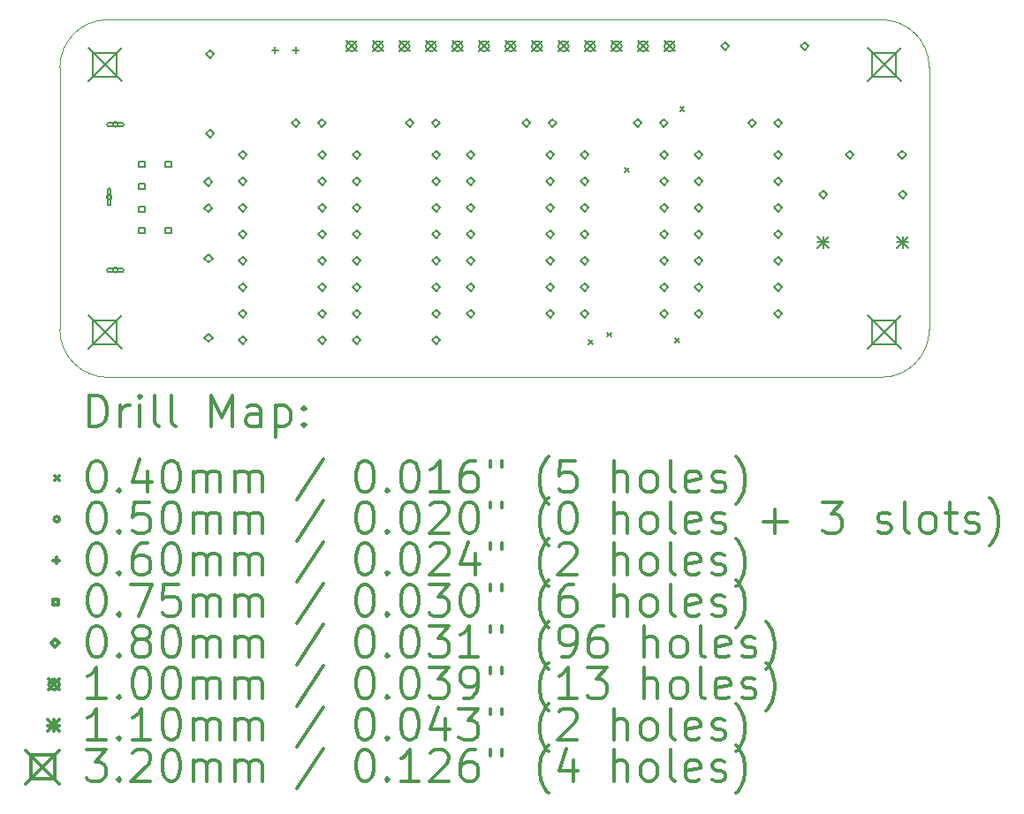
<source format=gbr>
%FSLAX45Y45*%
G04 Gerber Fmt 4.5, Leading zero omitted, Abs format (unit mm)*
G04 Created by KiCad (PCBNEW (5.1.9-0-10_14)) date 2021-06-10 12:33:13*
%MOMM*%
%LPD*%
G01*
G04 APERTURE LIST*
%TA.AperFunction,Profile*%
%ADD10C,0.100000*%
%TD*%
%ADD11C,0.200000*%
%ADD12C,0.300000*%
G04 APERTURE END LIST*
D10*
X15443200Y-5994400D02*
G75*
G02*
X15900400Y-6451600I0J-457200D01*
G01*
X15900400Y-8966200D02*
G75*
G02*
X15443200Y-9423400I-457200J0D01*
G01*
X8026400Y-9423400D02*
G75*
G02*
X7569200Y-8966200I0J457200D01*
G01*
X7569200Y-6451600D02*
G75*
G02*
X8026400Y-5994400I457200J0D01*
G01*
X7569200Y-8966200D02*
X7569200Y-6451600D01*
X8026400Y-5994400D02*
X15443200Y-5994400D01*
X15900400Y-6451600D02*
X15900400Y-8966200D01*
X15443200Y-9423400D02*
X8026400Y-9423400D01*
D11*
X12634280Y-9068120D02*
X12674280Y-9108120D01*
X12674280Y-9068120D02*
X12634280Y-9108120D01*
X12811140Y-8994075D02*
X12851140Y-9034075D01*
X12851140Y-8994075D02*
X12811140Y-9034075D01*
X12979720Y-7412040D02*
X13019720Y-7452040D01*
X13019720Y-7412040D02*
X12979720Y-7452040D01*
X13467400Y-9047800D02*
X13507400Y-9087800D01*
X13507400Y-9047800D02*
X13467400Y-9087800D01*
X13512499Y-6828461D02*
X13552499Y-6868461D01*
X13552499Y-6828461D02*
X13512499Y-6868461D01*
X8066640Y-7696200D02*
G75*
G03*
X8066640Y-7696200I-25000J0D01*
G01*
X8026640Y-7626200D02*
X8026640Y-7766200D01*
X8056640Y-7626200D02*
X8056640Y-7766200D01*
X8026640Y-7766200D02*
G75*
G03*
X8056640Y-7766200I15000J0D01*
G01*
X8056640Y-7626200D02*
G75*
G03*
X8026640Y-7626200I-15000J0D01*
G01*
X8125060Y-6997700D02*
G75*
G03*
X8125060Y-6997700I-25000J0D01*
G01*
X8170060Y-6982700D02*
X8030060Y-6982700D01*
X8170060Y-7012700D02*
X8030060Y-7012700D01*
X8030060Y-6982700D02*
G75*
G03*
X8030060Y-7012700I0J-15000D01*
G01*
X8170060Y-7012700D02*
G75*
G03*
X8170060Y-6982700I0J15000D01*
G01*
X8125060Y-8394700D02*
G75*
G03*
X8125060Y-8394700I-25000J0D01*
G01*
X8170060Y-8379700D02*
X8030060Y-8379700D01*
X8170060Y-8409700D02*
X8030060Y-8409700D01*
X8030060Y-8379700D02*
G75*
G03*
X8030060Y-8409700I0J-15000D01*
G01*
X8170060Y-8409700D02*
G75*
G03*
X8170060Y-8379700I0J15000D01*
G01*
X9629800Y-6256500D02*
X9629800Y-6316500D01*
X9599800Y-6286500D02*
X9659800Y-6286500D01*
X9829800Y-6256500D02*
X9829800Y-6316500D01*
X9799800Y-6286500D02*
X9859800Y-6286500D01*
X8380577Y-7405217D02*
X8380577Y-7352183D01*
X8327543Y-7352183D01*
X8327543Y-7405217D01*
X8380577Y-7405217D01*
X8380577Y-7621117D02*
X8380577Y-7568083D01*
X8327543Y-7568083D01*
X8327543Y-7621117D01*
X8380577Y-7621117D01*
X8380577Y-7837017D02*
X8380577Y-7783983D01*
X8327543Y-7783983D01*
X8327543Y-7837017D01*
X8380577Y-7837017D01*
X8380577Y-8040217D02*
X8380577Y-7987183D01*
X8327543Y-7987183D01*
X8327543Y-8040217D01*
X8380577Y-8040217D01*
X8634577Y-7405217D02*
X8634577Y-7352183D01*
X8581543Y-7352183D01*
X8581543Y-7405217D01*
X8634577Y-7405217D01*
X8634577Y-8040217D02*
X8634577Y-7987183D01*
X8581543Y-7987183D01*
X8581543Y-8040217D01*
X8634577Y-8040217D01*
X8991600Y-7590340D02*
X9031600Y-7550340D01*
X8991600Y-7510340D01*
X8951600Y-7550340D01*
X8991600Y-7590340D01*
X8991600Y-7840340D02*
X9031600Y-7800340D01*
X8991600Y-7760340D01*
X8951600Y-7800340D01*
X8991600Y-7840340D01*
X8994140Y-8322940D02*
X9034140Y-8282940D01*
X8994140Y-8242940D01*
X8954140Y-8282940D01*
X8994140Y-8322940D01*
X8994140Y-9084940D02*
X9034140Y-9044940D01*
X8994140Y-9004940D01*
X8954140Y-9044940D01*
X8994140Y-9084940D01*
X9006840Y-6364600D02*
X9046840Y-6324600D01*
X9006840Y-6284600D01*
X8966840Y-6324600D01*
X9006840Y-6364600D01*
X9006840Y-7126600D02*
X9046840Y-7086600D01*
X9006840Y-7046600D01*
X8966840Y-7086600D01*
X9006840Y-7126600D01*
X9321800Y-7329800D02*
X9361800Y-7289800D01*
X9321800Y-7249800D01*
X9281800Y-7289800D01*
X9321800Y-7329800D01*
X9321800Y-7583800D02*
X9361800Y-7543800D01*
X9321800Y-7503800D01*
X9281800Y-7543800D01*
X9321800Y-7583800D01*
X9321800Y-7837800D02*
X9361800Y-7797800D01*
X9321800Y-7757800D01*
X9281800Y-7797800D01*
X9321800Y-7837800D01*
X9321800Y-8091800D02*
X9361800Y-8051800D01*
X9321800Y-8011800D01*
X9281800Y-8051800D01*
X9321800Y-8091800D01*
X9321800Y-8345800D02*
X9361800Y-8305800D01*
X9321800Y-8265800D01*
X9281800Y-8305800D01*
X9321800Y-8345800D01*
X9321800Y-8599800D02*
X9361800Y-8559800D01*
X9321800Y-8519800D01*
X9281800Y-8559800D01*
X9321800Y-8599800D01*
X9321800Y-8853800D02*
X9361800Y-8813800D01*
X9321800Y-8773800D01*
X9281800Y-8813800D01*
X9321800Y-8853800D01*
X9321800Y-9107800D02*
X9361800Y-9067800D01*
X9321800Y-9027800D01*
X9281800Y-9067800D01*
X9321800Y-9107800D01*
X9829800Y-7025000D02*
X9869800Y-6985000D01*
X9829800Y-6945000D01*
X9789800Y-6985000D01*
X9829800Y-7025000D01*
X10079800Y-7025000D02*
X10119800Y-6985000D01*
X10079800Y-6945000D01*
X10039800Y-6985000D01*
X10079800Y-7025000D01*
X10083800Y-7329800D02*
X10123800Y-7289800D01*
X10083800Y-7249800D01*
X10043800Y-7289800D01*
X10083800Y-7329800D01*
X10083800Y-7583800D02*
X10123800Y-7543800D01*
X10083800Y-7503800D01*
X10043800Y-7543800D01*
X10083800Y-7583800D01*
X10083800Y-7837800D02*
X10123800Y-7797800D01*
X10083800Y-7757800D01*
X10043800Y-7797800D01*
X10083800Y-7837800D01*
X10083800Y-8091800D02*
X10123800Y-8051800D01*
X10083800Y-8011800D01*
X10043800Y-8051800D01*
X10083800Y-8091800D01*
X10083800Y-8345800D02*
X10123800Y-8305800D01*
X10083800Y-8265800D01*
X10043800Y-8305800D01*
X10083800Y-8345800D01*
X10083800Y-8599800D02*
X10123800Y-8559800D01*
X10083800Y-8519800D01*
X10043800Y-8559800D01*
X10083800Y-8599800D01*
X10083800Y-8853800D02*
X10123800Y-8813800D01*
X10083800Y-8773800D01*
X10043800Y-8813800D01*
X10083800Y-8853800D01*
X10083800Y-9107800D02*
X10123800Y-9067800D01*
X10083800Y-9027800D01*
X10043800Y-9067800D01*
X10083800Y-9107800D01*
X10414000Y-7329800D02*
X10454000Y-7289800D01*
X10414000Y-7249800D01*
X10374000Y-7289800D01*
X10414000Y-7329800D01*
X10414000Y-7583800D02*
X10454000Y-7543800D01*
X10414000Y-7503800D01*
X10374000Y-7543800D01*
X10414000Y-7583800D01*
X10414000Y-7837800D02*
X10454000Y-7797800D01*
X10414000Y-7757800D01*
X10374000Y-7797800D01*
X10414000Y-7837800D01*
X10414000Y-8091800D02*
X10454000Y-8051800D01*
X10414000Y-8011800D01*
X10374000Y-8051800D01*
X10414000Y-8091800D01*
X10414000Y-8345800D02*
X10454000Y-8305800D01*
X10414000Y-8265800D01*
X10374000Y-8305800D01*
X10414000Y-8345800D01*
X10414000Y-8599800D02*
X10454000Y-8559800D01*
X10414000Y-8519800D01*
X10374000Y-8559800D01*
X10414000Y-8599800D01*
X10414000Y-8853800D02*
X10454000Y-8813800D01*
X10414000Y-8773800D01*
X10374000Y-8813800D01*
X10414000Y-8853800D01*
X10414000Y-9107800D02*
X10454000Y-9067800D01*
X10414000Y-9027800D01*
X10374000Y-9067800D01*
X10414000Y-9107800D01*
X10922000Y-7025000D02*
X10962000Y-6985000D01*
X10922000Y-6945000D01*
X10882000Y-6985000D01*
X10922000Y-7025000D01*
X11172000Y-7025000D02*
X11212000Y-6985000D01*
X11172000Y-6945000D01*
X11132000Y-6985000D01*
X11172000Y-7025000D01*
X11176000Y-7329800D02*
X11216000Y-7289800D01*
X11176000Y-7249800D01*
X11136000Y-7289800D01*
X11176000Y-7329800D01*
X11176000Y-7583800D02*
X11216000Y-7543800D01*
X11176000Y-7503800D01*
X11136000Y-7543800D01*
X11176000Y-7583800D01*
X11176000Y-7837800D02*
X11216000Y-7797800D01*
X11176000Y-7757800D01*
X11136000Y-7797800D01*
X11176000Y-7837800D01*
X11176000Y-8091800D02*
X11216000Y-8051800D01*
X11176000Y-8011800D01*
X11136000Y-8051800D01*
X11176000Y-8091800D01*
X11176000Y-8345800D02*
X11216000Y-8305800D01*
X11176000Y-8265800D01*
X11136000Y-8305800D01*
X11176000Y-8345800D01*
X11176000Y-8599800D02*
X11216000Y-8559800D01*
X11176000Y-8519800D01*
X11136000Y-8559800D01*
X11176000Y-8599800D01*
X11176000Y-8853800D02*
X11216000Y-8813800D01*
X11176000Y-8773800D01*
X11136000Y-8813800D01*
X11176000Y-8853800D01*
X11176000Y-9107800D02*
X11216000Y-9067800D01*
X11176000Y-9027800D01*
X11136000Y-9067800D01*
X11176000Y-9107800D01*
X11506200Y-7329800D02*
X11546200Y-7289800D01*
X11506200Y-7249800D01*
X11466200Y-7289800D01*
X11506200Y-7329800D01*
X11506200Y-7583800D02*
X11546200Y-7543800D01*
X11506200Y-7503800D01*
X11466200Y-7543800D01*
X11506200Y-7583800D01*
X11506200Y-7837800D02*
X11546200Y-7797800D01*
X11506200Y-7757800D01*
X11466200Y-7797800D01*
X11506200Y-7837800D01*
X11506200Y-8091800D02*
X11546200Y-8051800D01*
X11506200Y-8011800D01*
X11466200Y-8051800D01*
X11506200Y-8091800D01*
X11506200Y-8345800D02*
X11546200Y-8305800D01*
X11506200Y-8265800D01*
X11466200Y-8305800D01*
X11506200Y-8345800D01*
X11506200Y-8599800D02*
X11546200Y-8559800D01*
X11506200Y-8519800D01*
X11466200Y-8559800D01*
X11506200Y-8599800D01*
X11506200Y-8853800D02*
X11546200Y-8813800D01*
X11506200Y-8773800D01*
X11466200Y-8813800D01*
X11506200Y-8853800D01*
X12039600Y-7025000D02*
X12079600Y-6985000D01*
X12039600Y-6945000D01*
X11999600Y-6985000D01*
X12039600Y-7025000D01*
X12268200Y-7329800D02*
X12308200Y-7289800D01*
X12268200Y-7249800D01*
X12228200Y-7289800D01*
X12268200Y-7329800D01*
X12268200Y-7583800D02*
X12308200Y-7543800D01*
X12268200Y-7503800D01*
X12228200Y-7543800D01*
X12268200Y-7583800D01*
X12268200Y-7837800D02*
X12308200Y-7797800D01*
X12268200Y-7757800D01*
X12228200Y-7797800D01*
X12268200Y-7837800D01*
X12268200Y-8091800D02*
X12308200Y-8051800D01*
X12268200Y-8011800D01*
X12228200Y-8051800D01*
X12268200Y-8091800D01*
X12268200Y-8345800D02*
X12308200Y-8305800D01*
X12268200Y-8265800D01*
X12228200Y-8305800D01*
X12268200Y-8345800D01*
X12268200Y-8599800D02*
X12308200Y-8559800D01*
X12268200Y-8519800D01*
X12228200Y-8559800D01*
X12268200Y-8599800D01*
X12268200Y-8853800D02*
X12308200Y-8813800D01*
X12268200Y-8773800D01*
X12228200Y-8813800D01*
X12268200Y-8853800D01*
X12289600Y-7025000D02*
X12329600Y-6985000D01*
X12289600Y-6945000D01*
X12249600Y-6985000D01*
X12289600Y-7025000D01*
X12598400Y-7329800D02*
X12638400Y-7289800D01*
X12598400Y-7249800D01*
X12558400Y-7289800D01*
X12598400Y-7329800D01*
X12598400Y-7583800D02*
X12638400Y-7543800D01*
X12598400Y-7503800D01*
X12558400Y-7543800D01*
X12598400Y-7583800D01*
X12598400Y-7837800D02*
X12638400Y-7797800D01*
X12598400Y-7757800D01*
X12558400Y-7797800D01*
X12598400Y-7837800D01*
X12598400Y-8091800D02*
X12638400Y-8051800D01*
X12598400Y-8011800D01*
X12558400Y-8051800D01*
X12598400Y-8091800D01*
X12598400Y-8345800D02*
X12638400Y-8305800D01*
X12598400Y-8265800D01*
X12558400Y-8305800D01*
X12598400Y-8345800D01*
X12598400Y-8599800D02*
X12638400Y-8559800D01*
X12598400Y-8519800D01*
X12558400Y-8559800D01*
X12598400Y-8599800D01*
X12598400Y-8853800D02*
X12638400Y-8813800D01*
X12598400Y-8773800D01*
X12558400Y-8813800D01*
X12598400Y-8853800D01*
X13106400Y-7025000D02*
X13146400Y-6985000D01*
X13106400Y-6945000D01*
X13066400Y-6985000D01*
X13106400Y-7025000D01*
X13356400Y-7025000D02*
X13396400Y-6985000D01*
X13356400Y-6945000D01*
X13316400Y-6985000D01*
X13356400Y-7025000D01*
X13360400Y-7329800D02*
X13400400Y-7289800D01*
X13360400Y-7249800D01*
X13320400Y-7289800D01*
X13360400Y-7329800D01*
X13360400Y-7583800D02*
X13400400Y-7543800D01*
X13360400Y-7503800D01*
X13320400Y-7543800D01*
X13360400Y-7583800D01*
X13360400Y-7837800D02*
X13400400Y-7797800D01*
X13360400Y-7757800D01*
X13320400Y-7797800D01*
X13360400Y-7837800D01*
X13360400Y-8091800D02*
X13400400Y-8051800D01*
X13360400Y-8011800D01*
X13320400Y-8051800D01*
X13360400Y-8091800D01*
X13360400Y-8345800D02*
X13400400Y-8305800D01*
X13360400Y-8265800D01*
X13320400Y-8305800D01*
X13360400Y-8345800D01*
X13360400Y-8599800D02*
X13400400Y-8559800D01*
X13360400Y-8519800D01*
X13320400Y-8559800D01*
X13360400Y-8599800D01*
X13360400Y-8853800D02*
X13400400Y-8813800D01*
X13360400Y-8773800D01*
X13320400Y-8813800D01*
X13360400Y-8853800D01*
X13690600Y-7329800D02*
X13730600Y-7289800D01*
X13690600Y-7249800D01*
X13650600Y-7289800D01*
X13690600Y-7329800D01*
X13690600Y-7583800D02*
X13730600Y-7543800D01*
X13690600Y-7503800D01*
X13650600Y-7543800D01*
X13690600Y-7583800D01*
X13690600Y-7837800D02*
X13730600Y-7797800D01*
X13690600Y-7757800D01*
X13650600Y-7797800D01*
X13690600Y-7837800D01*
X13690600Y-8091800D02*
X13730600Y-8051800D01*
X13690600Y-8011800D01*
X13650600Y-8051800D01*
X13690600Y-8091800D01*
X13690600Y-8345800D02*
X13730600Y-8305800D01*
X13690600Y-8265800D01*
X13650600Y-8305800D01*
X13690600Y-8345800D01*
X13690600Y-8599800D02*
X13730600Y-8559800D01*
X13690600Y-8519800D01*
X13650600Y-8559800D01*
X13690600Y-8599800D01*
X13690600Y-8853800D02*
X13730600Y-8813800D01*
X13690600Y-8773800D01*
X13650600Y-8813800D01*
X13690600Y-8853800D01*
X13944600Y-6288400D02*
X13984600Y-6248400D01*
X13944600Y-6208400D01*
X13904600Y-6248400D01*
X13944600Y-6288400D01*
X14202600Y-7025000D02*
X14242600Y-6985000D01*
X14202600Y-6945000D01*
X14162600Y-6985000D01*
X14202600Y-7025000D01*
X14452600Y-7025000D02*
X14492600Y-6985000D01*
X14452600Y-6945000D01*
X14412600Y-6985000D01*
X14452600Y-7025000D01*
X14452600Y-7329800D02*
X14492600Y-7289800D01*
X14452600Y-7249800D01*
X14412600Y-7289800D01*
X14452600Y-7329800D01*
X14452600Y-7583800D02*
X14492600Y-7543800D01*
X14452600Y-7503800D01*
X14412600Y-7543800D01*
X14452600Y-7583800D01*
X14452600Y-7837800D02*
X14492600Y-7797800D01*
X14452600Y-7757800D01*
X14412600Y-7797800D01*
X14452600Y-7837800D01*
X14452600Y-8091800D02*
X14492600Y-8051800D01*
X14452600Y-8011800D01*
X14412600Y-8051800D01*
X14452600Y-8091800D01*
X14452600Y-8345800D02*
X14492600Y-8305800D01*
X14452600Y-8265800D01*
X14412600Y-8305800D01*
X14452600Y-8345800D01*
X14452600Y-8599800D02*
X14492600Y-8559800D01*
X14452600Y-8519800D01*
X14412600Y-8559800D01*
X14452600Y-8599800D01*
X14452600Y-8853800D02*
X14492600Y-8813800D01*
X14452600Y-8773800D01*
X14412600Y-8813800D01*
X14452600Y-8853800D01*
X14706600Y-6288400D02*
X14746600Y-6248400D01*
X14706600Y-6208400D01*
X14666600Y-6248400D01*
X14706600Y-6288400D01*
X14884400Y-7710800D02*
X14924400Y-7670800D01*
X14884400Y-7630800D01*
X14844400Y-7670800D01*
X14884400Y-7710800D01*
X15138400Y-7329800D02*
X15178400Y-7289800D01*
X15138400Y-7249800D01*
X15098400Y-7289800D01*
X15138400Y-7329800D01*
X15638400Y-7329800D02*
X15678400Y-7289800D01*
X15638400Y-7249800D01*
X15598400Y-7289800D01*
X15638400Y-7329800D01*
X15646400Y-7710800D02*
X15686400Y-7670800D01*
X15646400Y-7630800D01*
X15606400Y-7670800D01*
X15646400Y-7710800D01*
X10313200Y-6198400D02*
X10413200Y-6298400D01*
X10413200Y-6198400D02*
X10313200Y-6298400D01*
X10413200Y-6248400D02*
G75*
G03*
X10413200Y-6248400I-50000J0D01*
G01*
X10567200Y-6198400D02*
X10667200Y-6298400D01*
X10667200Y-6198400D02*
X10567200Y-6298400D01*
X10667200Y-6248400D02*
G75*
G03*
X10667200Y-6248400I-50000J0D01*
G01*
X10821200Y-6198400D02*
X10921200Y-6298400D01*
X10921200Y-6198400D02*
X10821200Y-6298400D01*
X10921200Y-6248400D02*
G75*
G03*
X10921200Y-6248400I-50000J0D01*
G01*
X11075200Y-6198400D02*
X11175200Y-6298400D01*
X11175200Y-6198400D02*
X11075200Y-6298400D01*
X11175200Y-6248400D02*
G75*
G03*
X11175200Y-6248400I-50000J0D01*
G01*
X11329200Y-6198400D02*
X11429200Y-6298400D01*
X11429200Y-6198400D02*
X11329200Y-6298400D01*
X11429200Y-6248400D02*
G75*
G03*
X11429200Y-6248400I-50000J0D01*
G01*
X11583200Y-6198400D02*
X11683200Y-6298400D01*
X11683200Y-6198400D02*
X11583200Y-6298400D01*
X11683200Y-6248400D02*
G75*
G03*
X11683200Y-6248400I-50000J0D01*
G01*
X11837200Y-6198400D02*
X11937200Y-6298400D01*
X11937200Y-6198400D02*
X11837200Y-6298400D01*
X11937200Y-6248400D02*
G75*
G03*
X11937200Y-6248400I-50000J0D01*
G01*
X12091200Y-6198400D02*
X12191200Y-6298400D01*
X12191200Y-6198400D02*
X12091200Y-6298400D01*
X12191200Y-6248400D02*
G75*
G03*
X12191200Y-6248400I-50000J0D01*
G01*
X12345200Y-6198400D02*
X12445200Y-6298400D01*
X12445200Y-6198400D02*
X12345200Y-6298400D01*
X12445200Y-6248400D02*
G75*
G03*
X12445200Y-6248400I-50000J0D01*
G01*
X12599200Y-6198400D02*
X12699200Y-6298400D01*
X12699200Y-6198400D02*
X12599200Y-6298400D01*
X12699200Y-6248400D02*
G75*
G03*
X12699200Y-6248400I-50000J0D01*
G01*
X12853200Y-6198400D02*
X12953200Y-6298400D01*
X12953200Y-6198400D02*
X12853200Y-6298400D01*
X12953200Y-6248400D02*
G75*
G03*
X12953200Y-6248400I-50000J0D01*
G01*
X13107200Y-6198400D02*
X13207200Y-6298400D01*
X13207200Y-6198400D02*
X13107200Y-6298400D01*
X13207200Y-6248400D02*
G75*
G03*
X13207200Y-6248400I-50000J0D01*
G01*
X13361200Y-6198400D02*
X13461200Y-6298400D01*
X13461200Y-6198400D02*
X13361200Y-6298400D01*
X13461200Y-6248400D02*
G75*
G03*
X13461200Y-6248400I-50000J0D01*
G01*
X14829400Y-8073000D02*
X14939400Y-8183000D01*
X14939400Y-8073000D02*
X14829400Y-8183000D01*
X14884400Y-8073000D02*
X14884400Y-8183000D01*
X14829400Y-8128000D02*
X14939400Y-8128000D01*
X15591400Y-8073000D02*
X15701400Y-8183000D01*
X15701400Y-8073000D02*
X15591400Y-8183000D01*
X15646400Y-8073000D02*
X15646400Y-8183000D01*
X15591400Y-8128000D02*
X15701400Y-8128000D01*
X7841000Y-6266200D02*
X8161000Y-6586200D01*
X8161000Y-6266200D02*
X7841000Y-6586200D01*
X8114138Y-6539338D02*
X8114138Y-6313062D01*
X7887862Y-6313062D01*
X7887862Y-6539338D01*
X8114138Y-6539338D01*
X7841000Y-8831600D02*
X8161000Y-9151600D01*
X8161000Y-8831600D02*
X7841000Y-9151600D01*
X8114138Y-9104738D02*
X8114138Y-8878462D01*
X7887862Y-8878462D01*
X7887862Y-9104738D01*
X8114138Y-9104738D01*
X15308600Y-6266200D02*
X15628600Y-6586200D01*
X15628600Y-6266200D02*
X15308600Y-6586200D01*
X15581738Y-6539338D02*
X15581738Y-6313062D01*
X15355462Y-6313062D01*
X15355462Y-6539338D01*
X15581738Y-6539338D01*
X15308600Y-8831600D02*
X15628600Y-9151600D01*
X15628600Y-8831600D02*
X15308600Y-9151600D01*
X15581738Y-9104738D02*
X15581738Y-8878462D01*
X15355462Y-8878462D01*
X15355462Y-9104738D01*
X15581738Y-9104738D01*
D12*
X7850628Y-9894114D02*
X7850628Y-9594114D01*
X7922057Y-9594114D01*
X7964914Y-9608400D01*
X7993486Y-9636972D01*
X8007771Y-9665543D01*
X8022057Y-9722686D01*
X8022057Y-9765543D01*
X8007771Y-9822686D01*
X7993486Y-9851257D01*
X7964914Y-9879829D01*
X7922057Y-9894114D01*
X7850628Y-9894114D01*
X8150628Y-9894114D02*
X8150628Y-9694114D01*
X8150628Y-9751257D02*
X8164914Y-9722686D01*
X8179200Y-9708400D01*
X8207771Y-9694114D01*
X8236343Y-9694114D01*
X8336343Y-9894114D02*
X8336343Y-9694114D01*
X8336343Y-9594114D02*
X8322057Y-9608400D01*
X8336343Y-9622686D01*
X8350628Y-9608400D01*
X8336343Y-9594114D01*
X8336343Y-9622686D01*
X8522057Y-9894114D02*
X8493486Y-9879829D01*
X8479200Y-9851257D01*
X8479200Y-9594114D01*
X8679200Y-9894114D02*
X8650628Y-9879829D01*
X8636343Y-9851257D01*
X8636343Y-9594114D01*
X9022057Y-9894114D02*
X9022057Y-9594114D01*
X9122057Y-9808400D01*
X9222057Y-9594114D01*
X9222057Y-9894114D01*
X9493486Y-9894114D02*
X9493486Y-9736972D01*
X9479200Y-9708400D01*
X9450628Y-9694114D01*
X9393486Y-9694114D01*
X9364914Y-9708400D01*
X9493486Y-9879829D02*
X9464914Y-9894114D01*
X9393486Y-9894114D01*
X9364914Y-9879829D01*
X9350628Y-9851257D01*
X9350628Y-9822686D01*
X9364914Y-9794114D01*
X9393486Y-9779829D01*
X9464914Y-9779829D01*
X9493486Y-9765543D01*
X9636343Y-9694114D02*
X9636343Y-9994114D01*
X9636343Y-9708400D02*
X9664914Y-9694114D01*
X9722057Y-9694114D01*
X9750628Y-9708400D01*
X9764914Y-9722686D01*
X9779200Y-9751257D01*
X9779200Y-9836972D01*
X9764914Y-9865543D01*
X9750628Y-9879829D01*
X9722057Y-9894114D01*
X9664914Y-9894114D01*
X9636343Y-9879829D01*
X9907771Y-9865543D02*
X9922057Y-9879829D01*
X9907771Y-9894114D01*
X9893486Y-9879829D01*
X9907771Y-9865543D01*
X9907771Y-9894114D01*
X9907771Y-9708400D02*
X9922057Y-9722686D01*
X9907771Y-9736972D01*
X9893486Y-9722686D01*
X9907771Y-9708400D01*
X9907771Y-9736972D01*
X7524200Y-10368400D02*
X7564200Y-10408400D01*
X7564200Y-10368400D02*
X7524200Y-10408400D01*
X7907771Y-10224114D02*
X7936343Y-10224114D01*
X7964914Y-10238400D01*
X7979200Y-10252686D01*
X7993486Y-10281257D01*
X8007771Y-10338400D01*
X8007771Y-10409829D01*
X7993486Y-10466972D01*
X7979200Y-10495543D01*
X7964914Y-10509829D01*
X7936343Y-10524114D01*
X7907771Y-10524114D01*
X7879200Y-10509829D01*
X7864914Y-10495543D01*
X7850628Y-10466972D01*
X7836343Y-10409829D01*
X7836343Y-10338400D01*
X7850628Y-10281257D01*
X7864914Y-10252686D01*
X7879200Y-10238400D01*
X7907771Y-10224114D01*
X8136343Y-10495543D02*
X8150628Y-10509829D01*
X8136343Y-10524114D01*
X8122057Y-10509829D01*
X8136343Y-10495543D01*
X8136343Y-10524114D01*
X8407771Y-10324114D02*
X8407771Y-10524114D01*
X8336343Y-10209829D02*
X8264914Y-10424114D01*
X8450628Y-10424114D01*
X8622057Y-10224114D02*
X8650628Y-10224114D01*
X8679200Y-10238400D01*
X8693486Y-10252686D01*
X8707771Y-10281257D01*
X8722057Y-10338400D01*
X8722057Y-10409829D01*
X8707771Y-10466972D01*
X8693486Y-10495543D01*
X8679200Y-10509829D01*
X8650628Y-10524114D01*
X8622057Y-10524114D01*
X8593486Y-10509829D01*
X8579200Y-10495543D01*
X8564914Y-10466972D01*
X8550628Y-10409829D01*
X8550628Y-10338400D01*
X8564914Y-10281257D01*
X8579200Y-10252686D01*
X8593486Y-10238400D01*
X8622057Y-10224114D01*
X8850628Y-10524114D02*
X8850628Y-10324114D01*
X8850628Y-10352686D02*
X8864914Y-10338400D01*
X8893486Y-10324114D01*
X8936343Y-10324114D01*
X8964914Y-10338400D01*
X8979200Y-10366972D01*
X8979200Y-10524114D01*
X8979200Y-10366972D02*
X8993486Y-10338400D01*
X9022057Y-10324114D01*
X9064914Y-10324114D01*
X9093486Y-10338400D01*
X9107771Y-10366972D01*
X9107771Y-10524114D01*
X9250628Y-10524114D02*
X9250628Y-10324114D01*
X9250628Y-10352686D02*
X9264914Y-10338400D01*
X9293486Y-10324114D01*
X9336343Y-10324114D01*
X9364914Y-10338400D01*
X9379200Y-10366972D01*
X9379200Y-10524114D01*
X9379200Y-10366972D02*
X9393486Y-10338400D01*
X9422057Y-10324114D01*
X9464914Y-10324114D01*
X9493486Y-10338400D01*
X9507771Y-10366972D01*
X9507771Y-10524114D01*
X10093486Y-10209829D02*
X9836343Y-10595543D01*
X10479200Y-10224114D02*
X10507771Y-10224114D01*
X10536343Y-10238400D01*
X10550628Y-10252686D01*
X10564914Y-10281257D01*
X10579200Y-10338400D01*
X10579200Y-10409829D01*
X10564914Y-10466972D01*
X10550628Y-10495543D01*
X10536343Y-10509829D01*
X10507771Y-10524114D01*
X10479200Y-10524114D01*
X10450628Y-10509829D01*
X10436343Y-10495543D01*
X10422057Y-10466972D01*
X10407771Y-10409829D01*
X10407771Y-10338400D01*
X10422057Y-10281257D01*
X10436343Y-10252686D01*
X10450628Y-10238400D01*
X10479200Y-10224114D01*
X10707771Y-10495543D02*
X10722057Y-10509829D01*
X10707771Y-10524114D01*
X10693486Y-10509829D01*
X10707771Y-10495543D01*
X10707771Y-10524114D01*
X10907771Y-10224114D02*
X10936343Y-10224114D01*
X10964914Y-10238400D01*
X10979200Y-10252686D01*
X10993486Y-10281257D01*
X11007771Y-10338400D01*
X11007771Y-10409829D01*
X10993486Y-10466972D01*
X10979200Y-10495543D01*
X10964914Y-10509829D01*
X10936343Y-10524114D01*
X10907771Y-10524114D01*
X10879200Y-10509829D01*
X10864914Y-10495543D01*
X10850628Y-10466972D01*
X10836343Y-10409829D01*
X10836343Y-10338400D01*
X10850628Y-10281257D01*
X10864914Y-10252686D01*
X10879200Y-10238400D01*
X10907771Y-10224114D01*
X11293486Y-10524114D02*
X11122057Y-10524114D01*
X11207771Y-10524114D02*
X11207771Y-10224114D01*
X11179200Y-10266972D01*
X11150628Y-10295543D01*
X11122057Y-10309829D01*
X11550628Y-10224114D02*
X11493486Y-10224114D01*
X11464914Y-10238400D01*
X11450628Y-10252686D01*
X11422057Y-10295543D01*
X11407771Y-10352686D01*
X11407771Y-10466972D01*
X11422057Y-10495543D01*
X11436343Y-10509829D01*
X11464914Y-10524114D01*
X11522057Y-10524114D01*
X11550628Y-10509829D01*
X11564914Y-10495543D01*
X11579200Y-10466972D01*
X11579200Y-10395543D01*
X11564914Y-10366972D01*
X11550628Y-10352686D01*
X11522057Y-10338400D01*
X11464914Y-10338400D01*
X11436343Y-10352686D01*
X11422057Y-10366972D01*
X11407771Y-10395543D01*
X11693486Y-10224114D02*
X11693486Y-10281257D01*
X11807771Y-10224114D02*
X11807771Y-10281257D01*
X12250628Y-10638400D02*
X12236343Y-10624114D01*
X12207771Y-10581257D01*
X12193486Y-10552686D01*
X12179200Y-10509829D01*
X12164914Y-10438400D01*
X12164914Y-10381257D01*
X12179200Y-10309829D01*
X12193486Y-10266972D01*
X12207771Y-10238400D01*
X12236343Y-10195543D01*
X12250628Y-10181257D01*
X12507771Y-10224114D02*
X12364914Y-10224114D01*
X12350628Y-10366972D01*
X12364914Y-10352686D01*
X12393486Y-10338400D01*
X12464914Y-10338400D01*
X12493486Y-10352686D01*
X12507771Y-10366972D01*
X12522057Y-10395543D01*
X12522057Y-10466972D01*
X12507771Y-10495543D01*
X12493486Y-10509829D01*
X12464914Y-10524114D01*
X12393486Y-10524114D01*
X12364914Y-10509829D01*
X12350628Y-10495543D01*
X12879200Y-10524114D02*
X12879200Y-10224114D01*
X13007771Y-10524114D02*
X13007771Y-10366972D01*
X12993486Y-10338400D01*
X12964914Y-10324114D01*
X12922057Y-10324114D01*
X12893486Y-10338400D01*
X12879200Y-10352686D01*
X13193486Y-10524114D02*
X13164914Y-10509829D01*
X13150628Y-10495543D01*
X13136343Y-10466972D01*
X13136343Y-10381257D01*
X13150628Y-10352686D01*
X13164914Y-10338400D01*
X13193486Y-10324114D01*
X13236343Y-10324114D01*
X13264914Y-10338400D01*
X13279200Y-10352686D01*
X13293486Y-10381257D01*
X13293486Y-10466972D01*
X13279200Y-10495543D01*
X13264914Y-10509829D01*
X13236343Y-10524114D01*
X13193486Y-10524114D01*
X13464914Y-10524114D02*
X13436343Y-10509829D01*
X13422057Y-10481257D01*
X13422057Y-10224114D01*
X13693486Y-10509829D02*
X13664914Y-10524114D01*
X13607771Y-10524114D01*
X13579200Y-10509829D01*
X13564914Y-10481257D01*
X13564914Y-10366972D01*
X13579200Y-10338400D01*
X13607771Y-10324114D01*
X13664914Y-10324114D01*
X13693486Y-10338400D01*
X13707771Y-10366972D01*
X13707771Y-10395543D01*
X13564914Y-10424114D01*
X13822057Y-10509829D02*
X13850628Y-10524114D01*
X13907771Y-10524114D01*
X13936343Y-10509829D01*
X13950628Y-10481257D01*
X13950628Y-10466972D01*
X13936343Y-10438400D01*
X13907771Y-10424114D01*
X13864914Y-10424114D01*
X13836343Y-10409829D01*
X13822057Y-10381257D01*
X13822057Y-10366972D01*
X13836343Y-10338400D01*
X13864914Y-10324114D01*
X13907771Y-10324114D01*
X13936343Y-10338400D01*
X14050628Y-10638400D02*
X14064914Y-10624114D01*
X14093486Y-10581257D01*
X14107771Y-10552686D01*
X14122057Y-10509829D01*
X14136343Y-10438400D01*
X14136343Y-10381257D01*
X14122057Y-10309829D01*
X14107771Y-10266972D01*
X14093486Y-10238400D01*
X14064914Y-10195543D01*
X14050628Y-10181257D01*
X7564200Y-10784400D02*
G75*
G03*
X7564200Y-10784400I-25000J0D01*
G01*
X7907771Y-10620114D02*
X7936343Y-10620114D01*
X7964914Y-10634400D01*
X7979200Y-10648686D01*
X7993486Y-10677257D01*
X8007771Y-10734400D01*
X8007771Y-10805829D01*
X7993486Y-10862972D01*
X7979200Y-10891543D01*
X7964914Y-10905829D01*
X7936343Y-10920114D01*
X7907771Y-10920114D01*
X7879200Y-10905829D01*
X7864914Y-10891543D01*
X7850628Y-10862972D01*
X7836343Y-10805829D01*
X7836343Y-10734400D01*
X7850628Y-10677257D01*
X7864914Y-10648686D01*
X7879200Y-10634400D01*
X7907771Y-10620114D01*
X8136343Y-10891543D02*
X8150628Y-10905829D01*
X8136343Y-10920114D01*
X8122057Y-10905829D01*
X8136343Y-10891543D01*
X8136343Y-10920114D01*
X8422057Y-10620114D02*
X8279200Y-10620114D01*
X8264914Y-10762972D01*
X8279200Y-10748686D01*
X8307771Y-10734400D01*
X8379200Y-10734400D01*
X8407771Y-10748686D01*
X8422057Y-10762972D01*
X8436343Y-10791543D01*
X8436343Y-10862972D01*
X8422057Y-10891543D01*
X8407771Y-10905829D01*
X8379200Y-10920114D01*
X8307771Y-10920114D01*
X8279200Y-10905829D01*
X8264914Y-10891543D01*
X8622057Y-10620114D02*
X8650628Y-10620114D01*
X8679200Y-10634400D01*
X8693486Y-10648686D01*
X8707771Y-10677257D01*
X8722057Y-10734400D01*
X8722057Y-10805829D01*
X8707771Y-10862972D01*
X8693486Y-10891543D01*
X8679200Y-10905829D01*
X8650628Y-10920114D01*
X8622057Y-10920114D01*
X8593486Y-10905829D01*
X8579200Y-10891543D01*
X8564914Y-10862972D01*
X8550628Y-10805829D01*
X8550628Y-10734400D01*
X8564914Y-10677257D01*
X8579200Y-10648686D01*
X8593486Y-10634400D01*
X8622057Y-10620114D01*
X8850628Y-10920114D02*
X8850628Y-10720114D01*
X8850628Y-10748686D02*
X8864914Y-10734400D01*
X8893486Y-10720114D01*
X8936343Y-10720114D01*
X8964914Y-10734400D01*
X8979200Y-10762972D01*
X8979200Y-10920114D01*
X8979200Y-10762972D02*
X8993486Y-10734400D01*
X9022057Y-10720114D01*
X9064914Y-10720114D01*
X9093486Y-10734400D01*
X9107771Y-10762972D01*
X9107771Y-10920114D01*
X9250628Y-10920114D02*
X9250628Y-10720114D01*
X9250628Y-10748686D02*
X9264914Y-10734400D01*
X9293486Y-10720114D01*
X9336343Y-10720114D01*
X9364914Y-10734400D01*
X9379200Y-10762972D01*
X9379200Y-10920114D01*
X9379200Y-10762972D02*
X9393486Y-10734400D01*
X9422057Y-10720114D01*
X9464914Y-10720114D01*
X9493486Y-10734400D01*
X9507771Y-10762972D01*
X9507771Y-10920114D01*
X10093486Y-10605829D02*
X9836343Y-10991543D01*
X10479200Y-10620114D02*
X10507771Y-10620114D01*
X10536343Y-10634400D01*
X10550628Y-10648686D01*
X10564914Y-10677257D01*
X10579200Y-10734400D01*
X10579200Y-10805829D01*
X10564914Y-10862972D01*
X10550628Y-10891543D01*
X10536343Y-10905829D01*
X10507771Y-10920114D01*
X10479200Y-10920114D01*
X10450628Y-10905829D01*
X10436343Y-10891543D01*
X10422057Y-10862972D01*
X10407771Y-10805829D01*
X10407771Y-10734400D01*
X10422057Y-10677257D01*
X10436343Y-10648686D01*
X10450628Y-10634400D01*
X10479200Y-10620114D01*
X10707771Y-10891543D02*
X10722057Y-10905829D01*
X10707771Y-10920114D01*
X10693486Y-10905829D01*
X10707771Y-10891543D01*
X10707771Y-10920114D01*
X10907771Y-10620114D02*
X10936343Y-10620114D01*
X10964914Y-10634400D01*
X10979200Y-10648686D01*
X10993486Y-10677257D01*
X11007771Y-10734400D01*
X11007771Y-10805829D01*
X10993486Y-10862972D01*
X10979200Y-10891543D01*
X10964914Y-10905829D01*
X10936343Y-10920114D01*
X10907771Y-10920114D01*
X10879200Y-10905829D01*
X10864914Y-10891543D01*
X10850628Y-10862972D01*
X10836343Y-10805829D01*
X10836343Y-10734400D01*
X10850628Y-10677257D01*
X10864914Y-10648686D01*
X10879200Y-10634400D01*
X10907771Y-10620114D01*
X11122057Y-10648686D02*
X11136343Y-10634400D01*
X11164914Y-10620114D01*
X11236343Y-10620114D01*
X11264914Y-10634400D01*
X11279200Y-10648686D01*
X11293486Y-10677257D01*
X11293486Y-10705829D01*
X11279200Y-10748686D01*
X11107771Y-10920114D01*
X11293486Y-10920114D01*
X11479200Y-10620114D02*
X11507771Y-10620114D01*
X11536343Y-10634400D01*
X11550628Y-10648686D01*
X11564914Y-10677257D01*
X11579200Y-10734400D01*
X11579200Y-10805829D01*
X11564914Y-10862972D01*
X11550628Y-10891543D01*
X11536343Y-10905829D01*
X11507771Y-10920114D01*
X11479200Y-10920114D01*
X11450628Y-10905829D01*
X11436343Y-10891543D01*
X11422057Y-10862972D01*
X11407771Y-10805829D01*
X11407771Y-10734400D01*
X11422057Y-10677257D01*
X11436343Y-10648686D01*
X11450628Y-10634400D01*
X11479200Y-10620114D01*
X11693486Y-10620114D02*
X11693486Y-10677257D01*
X11807771Y-10620114D02*
X11807771Y-10677257D01*
X12250628Y-11034400D02*
X12236343Y-11020114D01*
X12207771Y-10977257D01*
X12193486Y-10948686D01*
X12179200Y-10905829D01*
X12164914Y-10834400D01*
X12164914Y-10777257D01*
X12179200Y-10705829D01*
X12193486Y-10662972D01*
X12207771Y-10634400D01*
X12236343Y-10591543D01*
X12250628Y-10577257D01*
X12422057Y-10620114D02*
X12450628Y-10620114D01*
X12479200Y-10634400D01*
X12493486Y-10648686D01*
X12507771Y-10677257D01*
X12522057Y-10734400D01*
X12522057Y-10805829D01*
X12507771Y-10862972D01*
X12493486Y-10891543D01*
X12479200Y-10905829D01*
X12450628Y-10920114D01*
X12422057Y-10920114D01*
X12393486Y-10905829D01*
X12379200Y-10891543D01*
X12364914Y-10862972D01*
X12350628Y-10805829D01*
X12350628Y-10734400D01*
X12364914Y-10677257D01*
X12379200Y-10648686D01*
X12393486Y-10634400D01*
X12422057Y-10620114D01*
X12879200Y-10920114D02*
X12879200Y-10620114D01*
X13007771Y-10920114D02*
X13007771Y-10762972D01*
X12993486Y-10734400D01*
X12964914Y-10720114D01*
X12922057Y-10720114D01*
X12893486Y-10734400D01*
X12879200Y-10748686D01*
X13193486Y-10920114D02*
X13164914Y-10905829D01*
X13150628Y-10891543D01*
X13136343Y-10862972D01*
X13136343Y-10777257D01*
X13150628Y-10748686D01*
X13164914Y-10734400D01*
X13193486Y-10720114D01*
X13236343Y-10720114D01*
X13264914Y-10734400D01*
X13279200Y-10748686D01*
X13293486Y-10777257D01*
X13293486Y-10862972D01*
X13279200Y-10891543D01*
X13264914Y-10905829D01*
X13236343Y-10920114D01*
X13193486Y-10920114D01*
X13464914Y-10920114D02*
X13436343Y-10905829D01*
X13422057Y-10877257D01*
X13422057Y-10620114D01*
X13693486Y-10905829D02*
X13664914Y-10920114D01*
X13607771Y-10920114D01*
X13579200Y-10905829D01*
X13564914Y-10877257D01*
X13564914Y-10762972D01*
X13579200Y-10734400D01*
X13607771Y-10720114D01*
X13664914Y-10720114D01*
X13693486Y-10734400D01*
X13707771Y-10762972D01*
X13707771Y-10791543D01*
X13564914Y-10820114D01*
X13822057Y-10905829D02*
X13850628Y-10920114D01*
X13907771Y-10920114D01*
X13936343Y-10905829D01*
X13950628Y-10877257D01*
X13950628Y-10862972D01*
X13936343Y-10834400D01*
X13907771Y-10820114D01*
X13864914Y-10820114D01*
X13836343Y-10805829D01*
X13822057Y-10777257D01*
X13822057Y-10762972D01*
X13836343Y-10734400D01*
X13864914Y-10720114D01*
X13907771Y-10720114D01*
X13936343Y-10734400D01*
X14307771Y-10805829D02*
X14536343Y-10805829D01*
X14422057Y-10920114D02*
X14422057Y-10691543D01*
X14879200Y-10620114D02*
X15064914Y-10620114D01*
X14964914Y-10734400D01*
X15007771Y-10734400D01*
X15036343Y-10748686D01*
X15050628Y-10762972D01*
X15064914Y-10791543D01*
X15064914Y-10862972D01*
X15050628Y-10891543D01*
X15036343Y-10905829D01*
X15007771Y-10920114D01*
X14922057Y-10920114D01*
X14893486Y-10905829D01*
X14879200Y-10891543D01*
X15407771Y-10905829D02*
X15436343Y-10920114D01*
X15493486Y-10920114D01*
X15522057Y-10905829D01*
X15536343Y-10877257D01*
X15536343Y-10862972D01*
X15522057Y-10834400D01*
X15493486Y-10820114D01*
X15450628Y-10820114D01*
X15422057Y-10805829D01*
X15407771Y-10777257D01*
X15407771Y-10762972D01*
X15422057Y-10734400D01*
X15450628Y-10720114D01*
X15493486Y-10720114D01*
X15522057Y-10734400D01*
X15707771Y-10920114D02*
X15679200Y-10905829D01*
X15664914Y-10877257D01*
X15664914Y-10620114D01*
X15864914Y-10920114D02*
X15836343Y-10905829D01*
X15822057Y-10891543D01*
X15807771Y-10862972D01*
X15807771Y-10777257D01*
X15822057Y-10748686D01*
X15836343Y-10734400D01*
X15864914Y-10720114D01*
X15907771Y-10720114D01*
X15936343Y-10734400D01*
X15950628Y-10748686D01*
X15964914Y-10777257D01*
X15964914Y-10862972D01*
X15950628Y-10891543D01*
X15936343Y-10905829D01*
X15907771Y-10920114D01*
X15864914Y-10920114D01*
X16050628Y-10720114D02*
X16164914Y-10720114D01*
X16093486Y-10620114D02*
X16093486Y-10877257D01*
X16107771Y-10905829D01*
X16136343Y-10920114D01*
X16164914Y-10920114D01*
X16250628Y-10905829D02*
X16279200Y-10920114D01*
X16336343Y-10920114D01*
X16364914Y-10905829D01*
X16379200Y-10877257D01*
X16379200Y-10862972D01*
X16364914Y-10834400D01*
X16336343Y-10820114D01*
X16293486Y-10820114D01*
X16264914Y-10805829D01*
X16250628Y-10777257D01*
X16250628Y-10762972D01*
X16264914Y-10734400D01*
X16293486Y-10720114D01*
X16336343Y-10720114D01*
X16364914Y-10734400D01*
X16479200Y-11034400D02*
X16493486Y-11020114D01*
X16522057Y-10977257D01*
X16536343Y-10948686D01*
X16550628Y-10905829D01*
X16564914Y-10834400D01*
X16564914Y-10777257D01*
X16550628Y-10705829D01*
X16536343Y-10662972D01*
X16522057Y-10634400D01*
X16493486Y-10591543D01*
X16479200Y-10577257D01*
X7534200Y-11150400D02*
X7534200Y-11210400D01*
X7504200Y-11180400D02*
X7564200Y-11180400D01*
X7907771Y-11016114D02*
X7936343Y-11016114D01*
X7964914Y-11030400D01*
X7979200Y-11044686D01*
X7993486Y-11073257D01*
X8007771Y-11130400D01*
X8007771Y-11201829D01*
X7993486Y-11258971D01*
X7979200Y-11287543D01*
X7964914Y-11301829D01*
X7936343Y-11316114D01*
X7907771Y-11316114D01*
X7879200Y-11301829D01*
X7864914Y-11287543D01*
X7850628Y-11258971D01*
X7836343Y-11201829D01*
X7836343Y-11130400D01*
X7850628Y-11073257D01*
X7864914Y-11044686D01*
X7879200Y-11030400D01*
X7907771Y-11016114D01*
X8136343Y-11287543D02*
X8150628Y-11301829D01*
X8136343Y-11316114D01*
X8122057Y-11301829D01*
X8136343Y-11287543D01*
X8136343Y-11316114D01*
X8407771Y-11016114D02*
X8350628Y-11016114D01*
X8322057Y-11030400D01*
X8307771Y-11044686D01*
X8279200Y-11087543D01*
X8264914Y-11144686D01*
X8264914Y-11258971D01*
X8279200Y-11287543D01*
X8293486Y-11301829D01*
X8322057Y-11316114D01*
X8379200Y-11316114D01*
X8407771Y-11301829D01*
X8422057Y-11287543D01*
X8436343Y-11258971D01*
X8436343Y-11187543D01*
X8422057Y-11158972D01*
X8407771Y-11144686D01*
X8379200Y-11130400D01*
X8322057Y-11130400D01*
X8293486Y-11144686D01*
X8279200Y-11158972D01*
X8264914Y-11187543D01*
X8622057Y-11016114D02*
X8650628Y-11016114D01*
X8679200Y-11030400D01*
X8693486Y-11044686D01*
X8707771Y-11073257D01*
X8722057Y-11130400D01*
X8722057Y-11201829D01*
X8707771Y-11258971D01*
X8693486Y-11287543D01*
X8679200Y-11301829D01*
X8650628Y-11316114D01*
X8622057Y-11316114D01*
X8593486Y-11301829D01*
X8579200Y-11287543D01*
X8564914Y-11258971D01*
X8550628Y-11201829D01*
X8550628Y-11130400D01*
X8564914Y-11073257D01*
X8579200Y-11044686D01*
X8593486Y-11030400D01*
X8622057Y-11016114D01*
X8850628Y-11316114D02*
X8850628Y-11116114D01*
X8850628Y-11144686D02*
X8864914Y-11130400D01*
X8893486Y-11116114D01*
X8936343Y-11116114D01*
X8964914Y-11130400D01*
X8979200Y-11158972D01*
X8979200Y-11316114D01*
X8979200Y-11158972D02*
X8993486Y-11130400D01*
X9022057Y-11116114D01*
X9064914Y-11116114D01*
X9093486Y-11130400D01*
X9107771Y-11158972D01*
X9107771Y-11316114D01*
X9250628Y-11316114D02*
X9250628Y-11116114D01*
X9250628Y-11144686D02*
X9264914Y-11130400D01*
X9293486Y-11116114D01*
X9336343Y-11116114D01*
X9364914Y-11130400D01*
X9379200Y-11158972D01*
X9379200Y-11316114D01*
X9379200Y-11158972D02*
X9393486Y-11130400D01*
X9422057Y-11116114D01*
X9464914Y-11116114D01*
X9493486Y-11130400D01*
X9507771Y-11158972D01*
X9507771Y-11316114D01*
X10093486Y-11001829D02*
X9836343Y-11387543D01*
X10479200Y-11016114D02*
X10507771Y-11016114D01*
X10536343Y-11030400D01*
X10550628Y-11044686D01*
X10564914Y-11073257D01*
X10579200Y-11130400D01*
X10579200Y-11201829D01*
X10564914Y-11258971D01*
X10550628Y-11287543D01*
X10536343Y-11301829D01*
X10507771Y-11316114D01*
X10479200Y-11316114D01*
X10450628Y-11301829D01*
X10436343Y-11287543D01*
X10422057Y-11258971D01*
X10407771Y-11201829D01*
X10407771Y-11130400D01*
X10422057Y-11073257D01*
X10436343Y-11044686D01*
X10450628Y-11030400D01*
X10479200Y-11016114D01*
X10707771Y-11287543D02*
X10722057Y-11301829D01*
X10707771Y-11316114D01*
X10693486Y-11301829D01*
X10707771Y-11287543D01*
X10707771Y-11316114D01*
X10907771Y-11016114D02*
X10936343Y-11016114D01*
X10964914Y-11030400D01*
X10979200Y-11044686D01*
X10993486Y-11073257D01*
X11007771Y-11130400D01*
X11007771Y-11201829D01*
X10993486Y-11258971D01*
X10979200Y-11287543D01*
X10964914Y-11301829D01*
X10936343Y-11316114D01*
X10907771Y-11316114D01*
X10879200Y-11301829D01*
X10864914Y-11287543D01*
X10850628Y-11258971D01*
X10836343Y-11201829D01*
X10836343Y-11130400D01*
X10850628Y-11073257D01*
X10864914Y-11044686D01*
X10879200Y-11030400D01*
X10907771Y-11016114D01*
X11122057Y-11044686D02*
X11136343Y-11030400D01*
X11164914Y-11016114D01*
X11236343Y-11016114D01*
X11264914Y-11030400D01*
X11279200Y-11044686D01*
X11293486Y-11073257D01*
X11293486Y-11101829D01*
X11279200Y-11144686D01*
X11107771Y-11316114D01*
X11293486Y-11316114D01*
X11550628Y-11116114D02*
X11550628Y-11316114D01*
X11479200Y-11001829D02*
X11407771Y-11216114D01*
X11593486Y-11216114D01*
X11693486Y-11016114D02*
X11693486Y-11073257D01*
X11807771Y-11016114D02*
X11807771Y-11073257D01*
X12250628Y-11430400D02*
X12236343Y-11416114D01*
X12207771Y-11373257D01*
X12193486Y-11344686D01*
X12179200Y-11301829D01*
X12164914Y-11230400D01*
X12164914Y-11173257D01*
X12179200Y-11101829D01*
X12193486Y-11058972D01*
X12207771Y-11030400D01*
X12236343Y-10987543D01*
X12250628Y-10973257D01*
X12350628Y-11044686D02*
X12364914Y-11030400D01*
X12393486Y-11016114D01*
X12464914Y-11016114D01*
X12493486Y-11030400D01*
X12507771Y-11044686D01*
X12522057Y-11073257D01*
X12522057Y-11101829D01*
X12507771Y-11144686D01*
X12336343Y-11316114D01*
X12522057Y-11316114D01*
X12879200Y-11316114D02*
X12879200Y-11016114D01*
X13007771Y-11316114D02*
X13007771Y-11158972D01*
X12993486Y-11130400D01*
X12964914Y-11116114D01*
X12922057Y-11116114D01*
X12893486Y-11130400D01*
X12879200Y-11144686D01*
X13193486Y-11316114D02*
X13164914Y-11301829D01*
X13150628Y-11287543D01*
X13136343Y-11258971D01*
X13136343Y-11173257D01*
X13150628Y-11144686D01*
X13164914Y-11130400D01*
X13193486Y-11116114D01*
X13236343Y-11116114D01*
X13264914Y-11130400D01*
X13279200Y-11144686D01*
X13293486Y-11173257D01*
X13293486Y-11258971D01*
X13279200Y-11287543D01*
X13264914Y-11301829D01*
X13236343Y-11316114D01*
X13193486Y-11316114D01*
X13464914Y-11316114D02*
X13436343Y-11301829D01*
X13422057Y-11273257D01*
X13422057Y-11016114D01*
X13693486Y-11301829D02*
X13664914Y-11316114D01*
X13607771Y-11316114D01*
X13579200Y-11301829D01*
X13564914Y-11273257D01*
X13564914Y-11158972D01*
X13579200Y-11130400D01*
X13607771Y-11116114D01*
X13664914Y-11116114D01*
X13693486Y-11130400D01*
X13707771Y-11158972D01*
X13707771Y-11187543D01*
X13564914Y-11216114D01*
X13822057Y-11301829D02*
X13850628Y-11316114D01*
X13907771Y-11316114D01*
X13936343Y-11301829D01*
X13950628Y-11273257D01*
X13950628Y-11258971D01*
X13936343Y-11230400D01*
X13907771Y-11216114D01*
X13864914Y-11216114D01*
X13836343Y-11201829D01*
X13822057Y-11173257D01*
X13822057Y-11158972D01*
X13836343Y-11130400D01*
X13864914Y-11116114D01*
X13907771Y-11116114D01*
X13936343Y-11130400D01*
X14050628Y-11430400D02*
X14064914Y-11416114D01*
X14093486Y-11373257D01*
X14107771Y-11344686D01*
X14122057Y-11301829D01*
X14136343Y-11230400D01*
X14136343Y-11173257D01*
X14122057Y-11101829D01*
X14107771Y-11058972D01*
X14093486Y-11030400D01*
X14064914Y-10987543D01*
X14050628Y-10973257D01*
X7553217Y-11602917D02*
X7553217Y-11549883D01*
X7500183Y-11549883D01*
X7500183Y-11602917D01*
X7553217Y-11602917D01*
X7907771Y-11412114D02*
X7936343Y-11412114D01*
X7964914Y-11426400D01*
X7979200Y-11440686D01*
X7993486Y-11469257D01*
X8007771Y-11526400D01*
X8007771Y-11597829D01*
X7993486Y-11654971D01*
X7979200Y-11683543D01*
X7964914Y-11697829D01*
X7936343Y-11712114D01*
X7907771Y-11712114D01*
X7879200Y-11697829D01*
X7864914Y-11683543D01*
X7850628Y-11654971D01*
X7836343Y-11597829D01*
X7836343Y-11526400D01*
X7850628Y-11469257D01*
X7864914Y-11440686D01*
X7879200Y-11426400D01*
X7907771Y-11412114D01*
X8136343Y-11683543D02*
X8150628Y-11697829D01*
X8136343Y-11712114D01*
X8122057Y-11697829D01*
X8136343Y-11683543D01*
X8136343Y-11712114D01*
X8250628Y-11412114D02*
X8450628Y-11412114D01*
X8322057Y-11712114D01*
X8707771Y-11412114D02*
X8564914Y-11412114D01*
X8550628Y-11554971D01*
X8564914Y-11540686D01*
X8593486Y-11526400D01*
X8664914Y-11526400D01*
X8693486Y-11540686D01*
X8707771Y-11554971D01*
X8722057Y-11583543D01*
X8722057Y-11654971D01*
X8707771Y-11683543D01*
X8693486Y-11697829D01*
X8664914Y-11712114D01*
X8593486Y-11712114D01*
X8564914Y-11697829D01*
X8550628Y-11683543D01*
X8850628Y-11712114D02*
X8850628Y-11512114D01*
X8850628Y-11540686D02*
X8864914Y-11526400D01*
X8893486Y-11512114D01*
X8936343Y-11512114D01*
X8964914Y-11526400D01*
X8979200Y-11554971D01*
X8979200Y-11712114D01*
X8979200Y-11554971D02*
X8993486Y-11526400D01*
X9022057Y-11512114D01*
X9064914Y-11512114D01*
X9093486Y-11526400D01*
X9107771Y-11554971D01*
X9107771Y-11712114D01*
X9250628Y-11712114D02*
X9250628Y-11512114D01*
X9250628Y-11540686D02*
X9264914Y-11526400D01*
X9293486Y-11512114D01*
X9336343Y-11512114D01*
X9364914Y-11526400D01*
X9379200Y-11554971D01*
X9379200Y-11712114D01*
X9379200Y-11554971D02*
X9393486Y-11526400D01*
X9422057Y-11512114D01*
X9464914Y-11512114D01*
X9493486Y-11526400D01*
X9507771Y-11554971D01*
X9507771Y-11712114D01*
X10093486Y-11397829D02*
X9836343Y-11783543D01*
X10479200Y-11412114D02*
X10507771Y-11412114D01*
X10536343Y-11426400D01*
X10550628Y-11440686D01*
X10564914Y-11469257D01*
X10579200Y-11526400D01*
X10579200Y-11597829D01*
X10564914Y-11654971D01*
X10550628Y-11683543D01*
X10536343Y-11697829D01*
X10507771Y-11712114D01*
X10479200Y-11712114D01*
X10450628Y-11697829D01*
X10436343Y-11683543D01*
X10422057Y-11654971D01*
X10407771Y-11597829D01*
X10407771Y-11526400D01*
X10422057Y-11469257D01*
X10436343Y-11440686D01*
X10450628Y-11426400D01*
X10479200Y-11412114D01*
X10707771Y-11683543D02*
X10722057Y-11697829D01*
X10707771Y-11712114D01*
X10693486Y-11697829D01*
X10707771Y-11683543D01*
X10707771Y-11712114D01*
X10907771Y-11412114D02*
X10936343Y-11412114D01*
X10964914Y-11426400D01*
X10979200Y-11440686D01*
X10993486Y-11469257D01*
X11007771Y-11526400D01*
X11007771Y-11597829D01*
X10993486Y-11654971D01*
X10979200Y-11683543D01*
X10964914Y-11697829D01*
X10936343Y-11712114D01*
X10907771Y-11712114D01*
X10879200Y-11697829D01*
X10864914Y-11683543D01*
X10850628Y-11654971D01*
X10836343Y-11597829D01*
X10836343Y-11526400D01*
X10850628Y-11469257D01*
X10864914Y-11440686D01*
X10879200Y-11426400D01*
X10907771Y-11412114D01*
X11107771Y-11412114D02*
X11293486Y-11412114D01*
X11193486Y-11526400D01*
X11236343Y-11526400D01*
X11264914Y-11540686D01*
X11279200Y-11554971D01*
X11293486Y-11583543D01*
X11293486Y-11654971D01*
X11279200Y-11683543D01*
X11264914Y-11697829D01*
X11236343Y-11712114D01*
X11150628Y-11712114D01*
X11122057Y-11697829D01*
X11107771Y-11683543D01*
X11479200Y-11412114D02*
X11507771Y-11412114D01*
X11536343Y-11426400D01*
X11550628Y-11440686D01*
X11564914Y-11469257D01*
X11579200Y-11526400D01*
X11579200Y-11597829D01*
X11564914Y-11654971D01*
X11550628Y-11683543D01*
X11536343Y-11697829D01*
X11507771Y-11712114D01*
X11479200Y-11712114D01*
X11450628Y-11697829D01*
X11436343Y-11683543D01*
X11422057Y-11654971D01*
X11407771Y-11597829D01*
X11407771Y-11526400D01*
X11422057Y-11469257D01*
X11436343Y-11440686D01*
X11450628Y-11426400D01*
X11479200Y-11412114D01*
X11693486Y-11412114D02*
X11693486Y-11469257D01*
X11807771Y-11412114D02*
X11807771Y-11469257D01*
X12250628Y-11826400D02*
X12236343Y-11812114D01*
X12207771Y-11769257D01*
X12193486Y-11740686D01*
X12179200Y-11697829D01*
X12164914Y-11626400D01*
X12164914Y-11569257D01*
X12179200Y-11497829D01*
X12193486Y-11454971D01*
X12207771Y-11426400D01*
X12236343Y-11383543D01*
X12250628Y-11369257D01*
X12493486Y-11412114D02*
X12436343Y-11412114D01*
X12407771Y-11426400D01*
X12393486Y-11440686D01*
X12364914Y-11483543D01*
X12350628Y-11540686D01*
X12350628Y-11654971D01*
X12364914Y-11683543D01*
X12379200Y-11697829D01*
X12407771Y-11712114D01*
X12464914Y-11712114D01*
X12493486Y-11697829D01*
X12507771Y-11683543D01*
X12522057Y-11654971D01*
X12522057Y-11583543D01*
X12507771Y-11554971D01*
X12493486Y-11540686D01*
X12464914Y-11526400D01*
X12407771Y-11526400D01*
X12379200Y-11540686D01*
X12364914Y-11554971D01*
X12350628Y-11583543D01*
X12879200Y-11712114D02*
X12879200Y-11412114D01*
X13007771Y-11712114D02*
X13007771Y-11554971D01*
X12993486Y-11526400D01*
X12964914Y-11512114D01*
X12922057Y-11512114D01*
X12893486Y-11526400D01*
X12879200Y-11540686D01*
X13193486Y-11712114D02*
X13164914Y-11697829D01*
X13150628Y-11683543D01*
X13136343Y-11654971D01*
X13136343Y-11569257D01*
X13150628Y-11540686D01*
X13164914Y-11526400D01*
X13193486Y-11512114D01*
X13236343Y-11512114D01*
X13264914Y-11526400D01*
X13279200Y-11540686D01*
X13293486Y-11569257D01*
X13293486Y-11654971D01*
X13279200Y-11683543D01*
X13264914Y-11697829D01*
X13236343Y-11712114D01*
X13193486Y-11712114D01*
X13464914Y-11712114D02*
X13436343Y-11697829D01*
X13422057Y-11669257D01*
X13422057Y-11412114D01*
X13693486Y-11697829D02*
X13664914Y-11712114D01*
X13607771Y-11712114D01*
X13579200Y-11697829D01*
X13564914Y-11669257D01*
X13564914Y-11554971D01*
X13579200Y-11526400D01*
X13607771Y-11512114D01*
X13664914Y-11512114D01*
X13693486Y-11526400D01*
X13707771Y-11554971D01*
X13707771Y-11583543D01*
X13564914Y-11612114D01*
X13822057Y-11697829D02*
X13850628Y-11712114D01*
X13907771Y-11712114D01*
X13936343Y-11697829D01*
X13950628Y-11669257D01*
X13950628Y-11654971D01*
X13936343Y-11626400D01*
X13907771Y-11612114D01*
X13864914Y-11612114D01*
X13836343Y-11597829D01*
X13822057Y-11569257D01*
X13822057Y-11554971D01*
X13836343Y-11526400D01*
X13864914Y-11512114D01*
X13907771Y-11512114D01*
X13936343Y-11526400D01*
X14050628Y-11826400D02*
X14064914Y-11812114D01*
X14093486Y-11769257D01*
X14107771Y-11740686D01*
X14122057Y-11697829D01*
X14136343Y-11626400D01*
X14136343Y-11569257D01*
X14122057Y-11497829D01*
X14107771Y-11454971D01*
X14093486Y-11426400D01*
X14064914Y-11383543D01*
X14050628Y-11369257D01*
X7524200Y-12012400D02*
X7564200Y-11972400D01*
X7524200Y-11932400D01*
X7484200Y-11972400D01*
X7524200Y-12012400D01*
X7907771Y-11808114D02*
X7936343Y-11808114D01*
X7964914Y-11822400D01*
X7979200Y-11836686D01*
X7993486Y-11865257D01*
X8007771Y-11922400D01*
X8007771Y-11993829D01*
X7993486Y-12050971D01*
X7979200Y-12079543D01*
X7964914Y-12093829D01*
X7936343Y-12108114D01*
X7907771Y-12108114D01*
X7879200Y-12093829D01*
X7864914Y-12079543D01*
X7850628Y-12050971D01*
X7836343Y-11993829D01*
X7836343Y-11922400D01*
X7850628Y-11865257D01*
X7864914Y-11836686D01*
X7879200Y-11822400D01*
X7907771Y-11808114D01*
X8136343Y-12079543D02*
X8150628Y-12093829D01*
X8136343Y-12108114D01*
X8122057Y-12093829D01*
X8136343Y-12079543D01*
X8136343Y-12108114D01*
X8322057Y-11936686D02*
X8293486Y-11922400D01*
X8279200Y-11908114D01*
X8264914Y-11879543D01*
X8264914Y-11865257D01*
X8279200Y-11836686D01*
X8293486Y-11822400D01*
X8322057Y-11808114D01*
X8379200Y-11808114D01*
X8407771Y-11822400D01*
X8422057Y-11836686D01*
X8436343Y-11865257D01*
X8436343Y-11879543D01*
X8422057Y-11908114D01*
X8407771Y-11922400D01*
X8379200Y-11936686D01*
X8322057Y-11936686D01*
X8293486Y-11950971D01*
X8279200Y-11965257D01*
X8264914Y-11993829D01*
X8264914Y-12050971D01*
X8279200Y-12079543D01*
X8293486Y-12093829D01*
X8322057Y-12108114D01*
X8379200Y-12108114D01*
X8407771Y-12093829D01*
X8422057Y-12079543D01*
X8436343Y-12050971D01*
X8436343Y-11993829D01*
X8422057Y-11965257D01*
X8407771Y-11950971D01*
X8379200Y-11936686D01*
X8622057Y-11808114D02*
X8650628Y-11808114D01*
X8679200Y-11822400D01*
X8693486Y-11836686D01*
X8707771Y-11865257D01*
X8722057Y-11922400D01*
X8722057Y-11993829D01*
X8707771Y-12050971D01*
X8693486Y-12079543D01*
X8679200Y-12093829D01*
X8650628Y-12108114D01*
X8622057Y-12108114D01*
X8593486Y-12093829D01*
X8579200Y-12079543D01*
X8564914Y-12050971D01*
X8550628Y-11993829D01*
X8550628Y-11922400D01*
X8564914Y-11865257D01*
X8579200Y-11836686D01*
X8593486Y-11822400D01*
X8622057Y-11808114D01*
X8850628Y-12108114D02*
X8850628Y-11908114D01*
X8850628Y-11936686D02*
X8864914Y-11922400D01*
X8893486Y-11908114D01*
X8936343Y-11908114D01*
X8964914Y-11922400D01*
X8979200Y-11950971D01*
X8979200Y-12108114D01*
X8979200Y-11950971D02*
X8993486Y-11922400D01*
X9022057Y-11908114D01*
X9064914Y-11908114D01*
X9093486Y-11922400D01*
X9107771Y-11950971D01*
X9107771Y-12108114D01*
X9250628Y-12108114D02*
X9250628Y-11908114D01*
X9250628Y-11936686D02*
X9264914Y-11922400D01*
X9293486Y-11908114D01*
X9336343Y-11908114D01*
X9364914Y-11922400D01*
X9379200Y-11950971D01*
X9379200Y-12108114D01*
X9379200Y-11950971D02*
X9393486Y-11922400D01*
X9422057Y-11908114D01*
X9464914Y-11908114D01*
X9493486Y-11922400D01*
X9507771Y-11950971D01*
X9507771Y-12108114D01*
X10093486Y-11793829D02*
X9836343Y-12179543D01*
X10479200Y-11808114D02*
X10507771Y-11808114D01*
X10536343Y-11822400D01*
X10550628Y-11836686D01*
X10564914Y-11865257D01*
X10579200Y-11922400D01*
X10579200Y-11993829D01*
X10564914Y-12050971D01*
X10550628Y-12079543D01*
X10536343Y-12093829D01*
X10507771Y-12108114D01*
X10479200Y-12108114D01*
X10450628Y-12093829D01*
X10436343Y-12079543D01*
X10422057Y-12050971D01*
X10407771Y-11993829D01*
X10407771Y-11922400D01*
X10422057Y-11865257D01*
X10436343Y-11836686D01*
X10450628Y-11822400D01*
X10479200Y-11808114D01*
X10707771Y-12079543D02*
X10722057Y-12093829D01*
X10707771Y-12108114D01*
X10693486Y-12093829D01*
X10707771Y-12079543D01*
X10707771Y-12108114D01*
X10907771Y-11808114D02*
X10936343Y-11808114D01*
X10964914Y-11822400D01*
X10979200Y-11836686D01*
X10993486Y-11865257D01*
X11007771Y-11922400D01*
X11007771Y-11993829D01*
X10993486Y-12050971D01*
X10979200Y-12079543D01*
X10964914Y-12093829D01*
X10936343Y-12108114D01*
X10907771Y-12108114D01*
X10879200Y-12093829D01*
X10864914Y-12079543D01*
X10850628Y-12050971D01*
X10836343Y-11993829D01*
X10836343Y-11922400D01*
X10850628Y-11865257D01*
X10864914Y-11836686D01*
X10879200Y-11822400D01*
X10907771Y-11808114D01*
X11107771Y-11808114D02*
X11293486Y-11808114D01*
X11193486Y-11922400D01*
X11236343Y-11922400D01*
X11264914Y-11936686D01*
X11279200Y-11950971D01*
X11293486Y-11979543D01*
X11293486Y-12050971D01*
X11279200Y-12079543D01*
X11264914Y-12093829D01*
X11236343Y-12108114D01*
X11150628Y-12108114D01*
X11122057Y-12093829D01*
X11107771Y-12079543D01*
X11579200Y-12108114D02*
X11407771Y-12108114D01*
X11493486Y-12108114D02*
X11493486Y-11808114D01*
X11464914Y-11850971D01*
X11436343Y-11879543D01*
X11407771Y-11893829D01*
X11693486Y-11808114D02*
X11693486Y-11865257D01*
X11807771Y-11808114D02*
X11807771Y-11865257D01*
X12250628Y-12222400D02*
X12236343Y-12208114D01*
X12207771Y-12165257D01*
X12193486Y-12136686D01*
X12179200Y-12093829D01*
X12164914Y-12022400D01*
X12164914Y-11965257D01*
X12179200Y-11893829D01*
X12193486Y-11850971D01*
X12207771Y-11822400D01*
X12236343Y-11779543D01*
X12250628Y-11765257D01*
X12379200Y-12108114D02*
X12436343Y-12108114D01*
X12464914Y-12093829D01*
X12479200Y-12079543D01*
X12507771Y-12036686D01*
X12522057Y-11979543D01*
X12522057Y-11865257D01*
X12507771Y-11836686D01*
X12493486Y-11822400D01*
X12464914Y-11808114D01*
X12407771Y-11808114D01*
X12379200Y-11822400D01*
X12364914Y-11836686D01*
X12350628Y-11865257D01*
X12350628Y-11936686D01*
X12364914Y-11965257D01*
X12379200Y-11979543D01*
X12407771Y-11993829D01*
X12464914Y-11993829D01*
X12493486Y-11979543D01*
X12507771Y-11965257D01*
X12522057Y-11936686D01*
X12779200Y-11808114D02*
X12722057Y-11808114D01*
X12693486Y-11822400D01*
X12679200Y-11836686D01*
X12650628Y-11879543D01*
X12636343Y-11936686D01*
X12636343Y-12050971D01*
X12650628Y-12079543D01*
X12664914Y-12093829D01*
X12693486Y-12108114D01*
X12750628Y-12108114D01*
X12779200Y-12093829D01*
X12793486Y-12079543D01*
X12807771Y-12050971D01*
X12807771Y-11979543D01*
X12793486Y-11950971D01*
X12779200Y-11936686D01*
X12750628Y-11922400D01*
X12693486Y-11922400D01*
X12664914Y-11936686D01*
X12650628Y-11950971D01*
X12636343Y-11979543D01*
X13164914Y-12108114D02*
X13164914Y-11808114D01*
X13293486Y-12108114D02*
X13293486Y-11950971D01*
X13279200Y-11922400D01*
X13250628Y-11908114D01*
X13207771Y-11908114D01*
X13179200Y-11922400D01*
X13164914Y-11936686D01*
X13479200Y-12108114D02*
X13450628Y-12093829D01*
X13436343Y-12079543D01*
X13422057Y-12050971D01*
X13422057Y-11965257D01*
X13436343Y-11936686D01*
X13450628Y-11922400D01*
X13479200Y-11908114D01*
X13522057Y-11908114D01*
X13550628Y-11922400D01*
X13564914Y-11936686D01*
X13579200Y-11965257D01*
X13579200Y-12050971D01*
X13564914Y-12079543D01*
X13550628Y-12093829D01*
X13522057Y-12108114D01*
X13479200Y-12108114D01*
X13750628Y-12108114D02*
X13722057Y-12093829D01*
X13707771Y-12065257D01*
X13707771Y-11808114D01*
X13979200Y-12093829D02*
X13950628Y-12108114D01*
X13893486Y-12108114D01*
X13864914Y-12093829D01*
X13850628Y-12065257D01*
X13850628Y-11950971D01*
X13864914Y-11922400D01*
X13893486Y-11908114D01*
X13950628Y-11908114D01*
X13979200Y-11922400D01*
X13993486Y-11950971D01*
X13993486Y-11979543D01*
X13850628Y-12008114D01*
X14107771Y-12093829D02*
X14136343Y-12108114D01*
X14193486Y-12108114D01*
X14222057Y-12093829D01*
X14236343Y-12065257D01*
X14236343Y-12050971D01*
X14222057Y-12022400D01*
X14193486Y-12008114D01*
X14150628Y-12008114D01*
X14122057Y-11993829D01*
X14107771Y-11965257D01*
X14107771Y-11950971D01*
X14122057Y-11922400D01*
X14150628Y-11908114D01*
X14193486Y-11908114D01*
X14222057Y-11922400D01*
X14336343Y-12222400D02*
X14350628Y-12208114D01*
X14379200Y-12165257D01*
X14393486Y-12136686D01*
X14407771Y-12093829D01*
X14422057Y-12022400D01*
X14422057Y-11965257D01*
X14407771Y-11893829D01*
X14393486Y-11850971D01*
X14379200Y-11822400D01*
X14350628Y-11779543D01*
X14336343Y-11765257D01*
X7464200Y-12318400D02*
X7564200Y-12418400D01*
X7564200Y-12318400D02*
X7464200Y-12418400D01*
X7564200Y-12368400D02*
G75*
G03*
X7564200Y-12368400I-50000J0D01*
G01*
X8007771Y-12504114D02*
X7836343Y-12504114D01*
X7922057Y-12504114D02*
X7922057Y-12204114D01*
X7893486Y-12246971D01*
X7864914Y-12275543D01*
X7836343Y-12289829D01*
X8136343Y-12475543D02*
X8150628Y-12489829D01*
X8136343Y-12504114D01*
X8122057Y-12489829D01*
X8136343Y-12475543D01*
X8136343Y-12504114D01*
X8336343Y-12204114D02*
X8364914Y-12204114D01*
X8393486Y-12218400D01*
X8407771Y-12232686D01*
X8422057Y-12261257D01*
X8436343Y-12318400D01*
X8436343Y-12389829D01*
X8422057Y-12446971D01*
X8407771Y-12475543D01*
X8393486Y-12489829D01*
X8364914Y-12504114D01*
X8336343Y-12504114D01*
X8307771Y-12489829D01*
X8293486Y-12475543D01*
X8279200Y-12446971D01*
X8264914Y-12389829D01*
X8264914Y-12318400D01*
X8279200Y-12261257D01*
X8293486Y-12232686D01*
X8307771Y-12218400D01*
X8336343Y-12204114D01*
X8622057Y-12204114D02*
X8650628Y-12204114D01*
X8679200Y-12218400D01*
X8693486Y-12232686D01*
X8707771Y-12261257D01*
X8722057Y-12318400D01*
X8722057Y-12389829D01*
X8707771Y-12446971D01*
X8693486Y-12475543D01*
X8679200Y-12489829D01*
X8650628Y-12504114D01*
X8622057Y-12504114D01*
X8593486Y-12489829D01*
X8579200Y-12475543D01*
X8564914Y-12446971D01*
X8550628Y-12389829D01*
X8550628Y-12318400D01*
X8564914Y-12261257D01*
X8579200Y-12232686D01*
X8593486Y-12218400D01*
X8622057Y-12204114D01*
X8850628Y-12504114D02*
X8850628Y-12304114D01*
X8850628Y-12332686D02*
X8864914Y-12318400D01*
X8893486Y-12304114D01*
X8936343Y-12304114D01*
X8964914Y-12318400D01*
X8979200Y-12346971D01*
X8979200Y-12504114D01*
X8979200Y-12346971D02*
X8993486Y-12318400D01*
X9022057Y-12304114D01*
X9064914Y-12304114D01*
X9093486Y-12318400D01*
X9107771Y-12346971D01*
X9107771Y-12504114D01*
X9250628Y-12504114D02*
X9250628Y-12304114D01*
X9250628Y-12332686D02*
X9264914Y-12318400D01*
X9293486Y-12304114D01*
X9336343Y-12304114D01*
X9364914Y-12318400D01*
X9379200Y-12346971D01*
X9379200Y-12504114D01*
X9379200Y-12346971D02*
X9393486Y-12318400D01*
X9422057Y-12304114D01*
X9464914Y-12304114D01*
X9493486Y-12318400D01*
X9507771Y-12346971D01*
X9507771Y-12504114D01*
X10093486Y-12189829D02*
X9836343Y-12575543D01*
X10479200Y-12204114D02*
X10507771Y-12204114D01*
X10536343Y-12218400D01*
X10550628Y-12232686D01*
X10564914Y-12261257D01*
X10579200Y-12318400D01*
X10579200Y-12389829D01*
X10564914Y-12446971D01*
X10550628Y-12475543D01*
X10536343Y-12489829D01*
X10507771Y-12504114D01*
X10479200Y-12504114D01*
X10450628Y-12489829D01*
X10436343Y-12475543D01*
X10422057Y-12446971D01*
X10407771Y-12389829D01*
X10407771Y-12318400D01*
X10422057Y-12261257D01*
X10436343Y-12232686D01*
X10450628Y-12218400D01*
X10479200Y-12204114D01*
X10707771Y-12475543D02*
X10722057Y-12489829D01*
X10707771Y-12504114D01*
X10693486Y-12489829D01*
X10707771Y-12475543D01*
X10707771Y-12504114D01*
X10907771Y-12204114D02*
X10936343Y-12204114D01*
X10964914Y-12218400D01*
X10979200Y-12232686D01*
X10993486Y-12261257D01*
X11007771Y-12318400D01*
X11007771Y-12389829D01*
X10993486Y-12446971D01*
X10979200Y-12475543D01*
X10964914Y-12489829D01*
X10936343Y-12504114D01*
X10907771Y-12504114D01*
X10879200Y-12489829D01*
X10864914Y-12475543D01*
X10850628Y-12446971D01*
X10836343Y-12389829D01*
X10836343Y-12318400D01*
X10850628Y-12261257D01*
X10864914Y-12232686D01*
X10879200Y-12218400D01*
X10907771Y-12204114D01*
X11107771Y-12204114D02*
X11293486Y-12204114D01*
X11193486Y-12318400D01*
X11236343Y-12318400D01*
X11264914Y-12332686D01*
X11279200Y-12346971D01*
X11293486Y-12375543D01*
X11293486Y-12446971D01*
X11279200Y-12475543D01*
X11264914Y-12489829D01*
X11236343Y-12504114D01*
X11150628Y-12504114D01*
X11122057Y-12489829D01*
X11107771Y-12475543D01*
X11436343Y-12504114D02*
X11493486Y-12504114D01*
X11522057Y-12489829D01*
X11536343Y-12475543D01*
X11564914Y-12432686D01*
X11579200Y-12375543D01*
X11579200Y-12261257D01*
X11564914Y-12232686D01*
X11550628Y-12218400D01*
X11522057Y-12204114D01*
X11464914Y-12204114D01*
X11436343Y-12218400D01*
X11422057Y-12232686D01*
X11407771Y-12261257D01*
X11407771Y-12332686D01*
X11422057Y-12361257D01*
X11436343Y-12375543D01*
X11464914Y-12389829D01*
X11522057Y-12389829D01*
X11550628Y-12375543D01*
X11564914Y-12361257D01*
X11579200Y-12332686D01*
X11693486Y-12204114D02*
X11693486Y-12261257D01*
X11807771Y-12204114D02*
X11807771Y-12261257D01*
X12250628Y-12618400D02*
X12236343Y-12604114D01*
X12207771Y-12561257D01*
X12193486Y-12532686D01*
X12179200Y-12489829D01*
X12164914Y-12418400D01*
X12164914Y-12361257D01*
X12179200Y-12289829D01*
X12193486Y-12246971D01*
X12207771Y-12218400D01*
X12236343Y-12175543D01*
X12250628Y-12161257D01*
X12522057Y-12504114D02*
X12350628Y-12504114D01*
X12436343Y-12504114D02*
X12436343Y-12204114D01*
X12407771Y-12246971D01*
X12379200Y-12275543D01*
X12350628Y-12289829D01*
X12622057Y-12204114D02*
X12807771Y-12204114D01*
X12707771Y-12318400D01*
X12750628Y-12318400D01*
X12779200Y-12332686D01*
X12793486Y-12346971D01*
X12807771Y-12375543D01*
X12807771Y-12446971D01*
X12793486Y-12475543D01*
X12779200Y-12489829D01*
X12750628Y-12504114D01*
X12664914Y-12504114D01*
X12636343Y-12489829D01*
X12622057Y-12475543D01*
X13164914Y-12504114D02*
X13164914Y-12204114D01*
X13293486Y-12504114D02*
X13293486Y-12346971D01*
X13279200Y-12318400D01*
X13250628Y-12304114D01*
X13207771Y-12304114D01*
X13179200Y-12318400D01*
X13164914Y-12332686D01*
X13479200Y-12504114D02*
X13450628Y-12489829D01*
X13436343Y-12475543D01*
X13422057Y-12446971D01*
X13422057Y-12361257D01*
X13436343Y-12332686D01*
X13450628Y-12318400D01*
X13479200Y-12304114D01*
X13522057Y-12304114D01*
X13550628Y-12318400D01*
X13564914Y-12332686D01*
X13579200Y-12361257D01*
X13579200Y-12446971D01*
X13564914Y-12475543D01*
X13550628Y-12489829D01*
X13522057Y-12504114D01*
X13479200Y-12504114D01*
X13750628Y-12504114D02*
X13722057Y-12489829D01*
X13707771Y-12461257D01*
X13707771Y-12204114D01*
X13979200Y-12489829D02*
X13950628Y-12504114D01*
X13893486Y-12504114D01*
X13864914Y-12489829D01*
X13850628Y-12461257D01*
X13850628Y-12346971D01*
X13864914Y-12318400D01*
X13893486Y-12304114D01*
X13950628Y-12304114D01*
X13979200Y-12318400D01*
X13993486Y-12346971D01*
X13993486Y-12375543D01*
X13850628Y-12404114D01*
X14107771Y-12489829D02*
X14136343Y-12504114D01*
X14193486Y-12504114D01*
X14222057Y-12489829D01*
X14236343Y-12461257D01*
X14236343Y-12446971D01*
X14222057Y-12418400D01*
X14193486Y-12404114D01*
X14150628Y-12404114D01*
X14122057Y-12389829D01*
X14107771Y-12361257D01*
X14107771Y-12346971D01*
X14122057Y-12318400D01*
X14150628Y-12304114D01*
X14193486Y-12304114D01*
X14222057Y-12318400D01*
X14336343Y-12618400D02*
X14350628Y-12604114D01*
X14379200Y-12561257D01*
X14393486Y-12532686D01*
X14407771Y-12489829D01*
X14422057Y-12418400D01*
X14422057Y-12361257D01*
X14407771Y-12289829D01*
X14393486Y-12246971D01*
X14379200Y-12218400D01*
X14350628Y-12175543D01*
X14336343Y-12161257D01*
X7454200Y-12709400D02*
X7564200Y-12819400D01*
X7564200Y-12709400D02*
X7454200Y-12819400D01*
X7509200Y-12709400D02*
X7509200Y-12819400D01*
X7454200Y-12764400D02*
X7564200Y-12764400D01*
X8007771Y-12900114D02*
X7836343Y-12900114D01*
X7922057Y-12900114D02*
X7922057Y-12600114D01*
X7893486Y-12642971D01*
X7864914Y-12671543D01*
X7836343Y-12685829D01*
X8136343Y-12871543D02*
X8150628Y-12885829D01*
X8136343Y-12900114D01*
X8122057Y-12885829D01*
X8136343Y-12871543D01*
X8136343Y-12900114D01*
X8436343Y-12900114D02*
X8264914Y-12900114D01*
X8350628Y-12900114D02*
X8350628Y-12600114D01*
X8322057Y-12642971D01*
X8293486Y-12671543D01*
X8264914Y-12685829D01*
X8622057Y-12600114D02*
X8650628Y-12600114D01*
X8679200Y-12614400D01*
X8693486Y-12628686D01*
X8707771Y-12657257D01*
X8722057Y-12714400D01*
X8722057Y-12785829D01*
X8707771Y-12842971D01*
X8693486Y-12871543D01*
X8679200Y-12885829D01*
X8650628Y-12900114D01*
X8622057Y-12900114D01*
X8593486Y-12885829D01*
X8579200Y-12871543D01*
X8564914Y-12842971D01*
X8550628Y-12785829D01*
X8550628Y-12714400D01*
X8564914Y-12657257D01*
X8579200Y-12628686D01*
X8593486Y-12614400D01*
X8622057Y-12600114D01*
X8850628Y-12900114D02*
X8850628Y-12700114D01*
X8850628Y-12728686D02*
X8864914Y-12714400D01*
X8893486Y-12700114D01*
X8936343Y-12700114D01*
X8964914Y-12714400D01*
X8979200Y-12742971D01*
X8979200Y-12900114D01*
X8979200Y-12742971D02*
X8993486Y-12714400D01*
X9022057Y-12700114D01*
X9064914Y-12700114D01*
X9093486Y-12714400D01*
X9107771Y-12742971D01*
X9107771Y-12900114D01*
X9250628Y-12900114D02*
X9250628Y-12700114D01*
X9250628Y-12728686D02*
X9264914Y-12714400D01*
X9293486Y-12700114D01*
X9336343Y-12700114D01*
X9364914Y-12714400D01*
X9379200Y-12742971D01*
X9379200Y-12900114D01*
X9379200Y-12742971D02*
X9393486Y-12714400D01*
X9422057Y-12700114D01*
X9464914Y-12700114D01*
X9493486Y-12714400D01*
X9507771Y-12742971D01*
X9507771Y-12900114D01*
X10093486Y-12585829D02*
X9836343Y-12971543D01*
X10479200Y-12600114D02*
X10507771Y-12600114D01*
X10536343Y-12614400D01*
X10550628Y-12628686D01*
X10564914Y-12657257D01*
X10579200Y-12714400D01*
X10579200Y-12785829D01*
X10564914Y-12842971D01*
X10550628Y-12871543D01*
X10536343Y-12885829D01*
X10507771Y-12900114D01*
X10479200Y-12900114D01*
X10450628Y-12885829D01*
X10436343Y-12871543D01*
X10422057Y-12842971D01*
X10407771Y-12785829D01*
X10407771Y-12714400D01*
X10422057Y-12657257D01*
X10436343Y-12628686D01*
X10450628Y-12614400D01*
X10479200Y-12600114D01*
X10707771Y-12871543D02*
X10722057Y-12885829D01*
X10707771Y-12900114D01*
X10693486Y-12885829D01*
X10707771Y-12871543D01*
X10707771Y-12900114D01*
X10907771Y-12600114D02*
X10936343Y-12600114D01*
X10964914Y-12614400D01*
X10979200Y-12628686D01*
X10993486Y-12657257D01*
X11007771Y-12714400D01*
X11007771Y-12785829D01*
X10993486Y-12842971D01*
X10979200Y-12871543D01*
X10964914Y-12885829D01*
X10936343Y-12900114D01*
X10907771Y-12900114D01*
X10879200Y-12885829D01*
X10864914Y-12871543D01*
X10850628Y-12842971D01*
X10836343Y-12785829D01*
X10836343Y-12714400D01*
X10850628Y-12657257D01*
X10864914Y-12628686D01*
X10879200Y-12614400D01*
X10907771Y-12600114D01*
X11264914Y-12700114D02*
X11264914Y-12900114D01*
X11193486Y-12585829D02*
X11122057Y-12800114D01*
X11307771Y-12800114D01*
X11393486Y-12600114D02*
X11579200Y-12600114D01*
X11479200Y-12714400D01*
X11522057Y-12714400D01*
X11550628Y-12728686D01*
X11564914Y-12742971D01*
X11579200Y-12771543D01*
X11579200Y-12842971D01*
X11564914Y-12871543D01*
X11550628Y-12885829D01*
X11522057Y-12900114D01*
X11436343Y-12900114D01*
X11407771Y-12885829D01*
X11393486Y-12871543D01*
X11693486Y-12600114D02*
X11693486Y-12657257D01*
X11807771Y-12600114D02*
X11807771Y-12657257D01*
X12250628Y-13014400D02*
X12236343Y-13000114D01*
X12207771Y-12957257D01*
X12193486Y-12928686D01*
X12179200Y-12885829D01*
X12164914Y-12814400D01*
X12164914Y-12757257D01*
X12179200Y-12685829D01*
X12193486Y-12642971D01*
X12207771Y-12614400D01*
X12236343Y-12571543D01*
X12250628Y-12557257D01*
X12350628Y-12628686D02*
X12364914Y-12614400D01*
X12393486Y-12600114D01*
X12464914Y-12600114D01*
X12493486Y-12614400D01*
X12507771Y-12628686D01*
X12522057Y-12657257D01*
X12522057Y-12685829D01*
X12507771Y-12728686D01*
X12336343Y-12900114D01*
X12522057Y-12900114D01*
X12879200Y-12900114D02*
X12879200Y-12600114D01*
X13007771Y-12900114D02*
X13007771Y-12742971D01*
X12993486Y-12714400D01*
X12964914Y-12700114D01*
X12922057Y-12700114D01*
X12893486Y-12714400D01*
X12879200Y-12728686D01*
X13193486Y-12900114D02*
X13164914Y-12885829D01*
X13150628Y-12871543D01*
X13136343Y-12842971D01*
X13136343Y-12757257D01*
X13150628Y-12728686D01*
X13164914Y-12714400D01*
X13193486Y-12700114D01*
X13236343Y-12700114D01*
X13264914Y-12714400D01*
X13279200Y-12728686D01*
X13293486Y-12757257D01*
X13293486Y-12842971D01*
X13279200Y-12871543D01*
X13264914Y-12885829D01*
X13236343Y-12900114D01*
X13193486Y-12900114D01*
X13464914Y-12900114D02*
X13436343Y-12885829D01*
X13422057Y-12857257D01*
X13422057Y-12600114D01*
X13693486Y-12885829D02*
X13664914Y-12900114D01*
X13607771Y-12900114D01*
X13579200Y-12885829D01*
X13564914Y-12857257D01*
X13564914Y-12742971D01*
X13579200Y-12714400D01*
X13607771Y-12700114D01*
X13664914Y-12700114D01*
X13693486Y-12714400D01*
X13707771Y-12742971D01*
X13707771Y-12771543D01*
X13564914Y-12800114D01*
X13822057Y-12885829D02*
X13850628Y-12900114D01*
X13907771Y-12900114D01*
X13936343Y-12885829D01*
X13950628Y-12857257D01*
X13950628Y-12842971D01*
X13936343Y-12814400D01*
X13907771Y-12800114D01*
X13864914Y-12800114D01*
X13836343Y-12785829D01*
X13822057Y-12757257D01*
X13822057Y-12742971D01*
X13836343Y-12714400D01*
X13864914Y-12700114D01*
X13907771Y-12700114D01*
X13936343Y-12714400D01*
X14050628Y-13014400D02*
X14064914Y-13000114D01*
X14093486Y-12957257D01*
X14107771Y-12928686D01*
X14122057Y-12885829D01*
X14136343Y-12814400D01*
X14136343Y-12757257D01*
X14122057Y-12685829D01*
X14107771Y-12642971D01*
X14093486Y-12614400D01*
X14064914Y-12571543D01*
X14050628Y-12557257D01*
X7244200Y-13000400D02*
X7564200Y-13320400D01*
X7564200Y-13000400D02*
X7244200Y-13320400D01*
X7517338Y-13273538D02*
X7517338Y-13047262D01*
X7291062Y-13047262D01*
X7291062Y-13273538D01*
X7517338Y-13273538D01*
X7822057Y-12996114D02*
X8007771Y-12996114D01*
X7907771Y-13110400D01*
X7950628Y-13110400D01*
X7979200Y-13124686D01*
X7993486Y-13138971D01*
X8007771Y-13167543D01*
X8007771Y-13238971D01*
X7993486Y-13267543D01*
X7979200Y-13281829D01*
X7950628Y-13296114D01*
X7864914Y-13296114D01*
X7836343Y-13281829D01*
X7822057Y-13267543D01*
X8136343Y-13267543D02*
X8150628Y-13281829D01*
X8136343Y-13296114D01*
X8122057Y-13281829D01*
X8136343Y-13267543D01*
X8136343Y-13296114D01*
X8264914Y-13024686D02*
X8279200Y-13010400D01*
X8307771Y-12996114D01*
X8379200Y-12996114D01*
X8407771Y-13010400D01*
X8422057Y-13024686D01*
X8436343Y-13053257D01*
X8436343Y-13081829D01*
X8422057Y-13124686D01*
X8250628Y-13296114D01*
X8436343Y-13296114D01*
X8622057Y-12996114D02*
X8650628Y-12996114D01*
X8679200Y-13010400D01*
X8693486Y-13024686D01*
X8707771Y-13053257D01*
X8722057Y-13110400D01*
X8722057Y-13181829D01*
X8707771Y-13238971D01*
X8693486Y-13267543D01*
X8679200Y-13281829D01*
X8650628Y-13296114D01*
X8622057Y-13296114D01*
X8593486Y-13281829D01*
X8579200Y-13267543D01*
X8564914Y-13238971D01*
X8550628Y-13181829D01*
X8550628Y-13110400D01*
X8564914Y-13053257D01*
X8579200Y-13024686D01*
X8593486Y-13010400D01*
X8622057Y-12996114D01*
X8850628Y-13296114D02*
X8850628Y-13096114D01*
X8850628Y-13124686D02*
X8864914Y-13110400D01*
X8893486Y-13096114D01*
X8936343Y-13096114D01*
X8964914Y-13110400D01*
X8979200Y-13138971D01*
X8979200Y-13296114D01*
X8979200Y-13138971D02*
X8993486Y-13110400D01*
X9022057Y-13096114D01*
X9064914Y-13096114D01*
X9093486Y-13110400D01*
X9107771Y-13138971D01*
X9107771Y-13296114D01*
X9250628Y-13296114D02*
X9250628Y-13096114D01*
X9250628Y-13124686D02*
X9264914Y-13110400D01*
X9293486Y-13096114D01*
X9336343Y-13096114D01*
X9364914Y-13110400D01*
X9379200Y-13138971D01*
X9379200Y-13296114D01*
X9379200Y-13138971D02*
X9393486Y-13110400D01*
X9422057Y-13096114D01*
X9464914Y-13096114D01*
X9493486Y-13110400D01*
X9507771Y-13138971D01*
X9507771Y-13296114D01*
X10093486Y-12981829D02*
X9836343Y-13367543D01*
X10479200Y-12996114D02*
X10507771Y-12996114D01*
X10536343Y-13010400D01*
X10550628Y-13024686D01*
X10564914Y-13053257D01*
X10579200Y-13110400D01*
X10579200Y-13181829D01*
X10564914Y-13238971D01*
X10550628Y-13267543D01*
X10536343Y-13281829D01*
X10507771Y-13296114D01*
X10479200Y-13296114D01*
X10450628Y-13281829D01*
X10436343Y-13267543D01*
X10422057Y-13238971D01*
X10407771Y-13181829D01*
X10407771Y-13110400D01*
X10422057Y-13053257D01*
X10436343Y-13024686D01*
X10450628Y-13010400D01*
X10479200Y-12996114D01*
X10707771Y-13267543D02*
X10722057Y-13281829D01*
X10707771Y-13296114D01*
X10693486Y-13281829D01*
X10707771Y-13267543D01*
X10707771Y-13296114D01*
X11007771Y-13296114D02*
X10836343Y-13296114D01*
X10922057Y-13296114D02*
X10922057Y-12996114D01*
X10893486Y-13038971D01*
X10864914Y-13067543D01*
X10836343Y-13081829D01*
X11122057Y-13024686D02*
X11136343Y-13010400D01*
X11164914Y-12996114D01*
X11236343Y-12996114D01*
X11264914Y-13010400D01*
X11279200Y-13024686D01*
X11293486Y-13053257D01*
X11293486Y-13081829D01*
X11279200Y-13124686D01*
X11107771Y-13296114D01*
X11293486Y-13296114D01*
X11550628Y-12996114D02*
X11493486Y-12996114D01*
X11464914Y-13010400D01*
X11450628Y-13024686D01*
X11422057Y-13067543D01*
X11407771Y-13124686D01*
X11407771Y-13238971D01*
X11422057Y-13267543D01*
X11436343Y-13281829D01*
X11464914Y-13296114D01*
X11522057Y-13296114D01*
X11550628Y-13281829D01*
X11564914Y-13267543D01*
X11579200Y-13238971D01*
X11579200Y-13167543D01*
X11564914Y-13138971D01*
X11550628Y-13124686D01*
X11522057Y-13110400D01*
X11464914Y-13110400D01*
X11436343Y-13124686D01*
X11422057Y-13138971D01*
X11407771Y-13167543D01*
X11693486Y-12996114D02*
X11693486Y-13053257D01*
X11807771Y-12996114D02*
X11807771Y-13053257D01*
X12250628Y-13410400D02*
X12236343Y-13396114D01*
X12207771Y-13353257D01*
X12193486Y-13324686D01*
X12179200Y-13281829D01*
X12164914Y-13210400D01*
X12164914Y-13153257D01*
X12179200Y-13081829D01*
X12193486Y-13038971D01*
X12207771Y-13010400D01*
X12236343Y-12967543D01*
X12250628Y-12953257D01*
X12493486Y-13096114D02*
X12493486Y-13296114D01*
X12422057Y-12981829D02*
X12350628Y-13196114D01*
X12536343Y-13196114D01*
X12879200Y-13296114D02*
X12879200Y-12996114D01*
X13007771Y-13296114D02*
X13007771Y-13138971D01*
X12993486Y-13110400D01*
X12964914Y-13096114D01*
X12922057Y-13096114D01*
X12893486Y-13110400D01*
X12879200Y-13124686D01*
X13193486Y-13296114D02*
X13164914Y-13281829D01*
X13150628Y-13267543D01*
X13136343Y-13238971D01*
X13136343Y-13153257D01*
X13150628Y-13124686D01*
X13164914Y-13110400D01*
X13193486Y-13096114D01*
X13236343Y-13096114D01*
X13264914Y-13110400D01*
X13279200Y-13124686D01*
X13293486Y-13153257D01*
X13293486Y-13238971D01*
X13279200Y-13267543D01*
X13264914Y-13281829D01*
X13236343Y-13296114D01*
X13193486Y-13296114D01*
X13464914Y-13296114D02*
X13436343Y-13281829D01*
X13422057Y-13253257D01*
X13422057Y-12996114D01*
X13693486Y-13281829D02*
X13664914Y-13296114D01*
X13607771Y-13296114D01*
X13579200Y-13281829D01*
X13564914Y-13253257D01*
X13564914Y-13138971D01*
X13579200Y-13110400D01*
X13607771Y-13096114D01*
X13664914Y-13096114D01*
X13693486Y-13110400D01*
X13707771Y-13138971D01*
X13707771Y-13167543D01*
X13564914Y-13196114D01*
X13822057Y-13281829D02*
X13850628Y-13296114D01*
X13907771Y-13296114D01*
X13936343Y-13281829D01*
X13950628Y-13253257D01*
X13950628Y-13238971D01*
X13936343Y-13210400D01*
X13907771Y-13196114D01*
X13864914Y-13196114D01*
X13836343Y-13181829D01*
X13822057Y-13153257D01*
X13822057Y-13138971D01*
X13836343Y-13110400D01*
X13864914Y-13096114D01*
X13907771Y-13096114D01*
X13936343Y-13110400D01*
X14050628Y-13410400D02*
X14064914Y-13396114D01*
X14093486Y-13353257D01*
X14107771Y-13324686D01*
X14122057Y-13281829D01*
X14136343Y-13210400D01*
X14136343Y-13153257D01*
X14122057Y-13081829D01*
X14107771Y-13038971D01*
X14093486Y-13010400D01*
X14064914Y-12967543D01*
X14050628Y-12953257D01*
M02*

</source>
